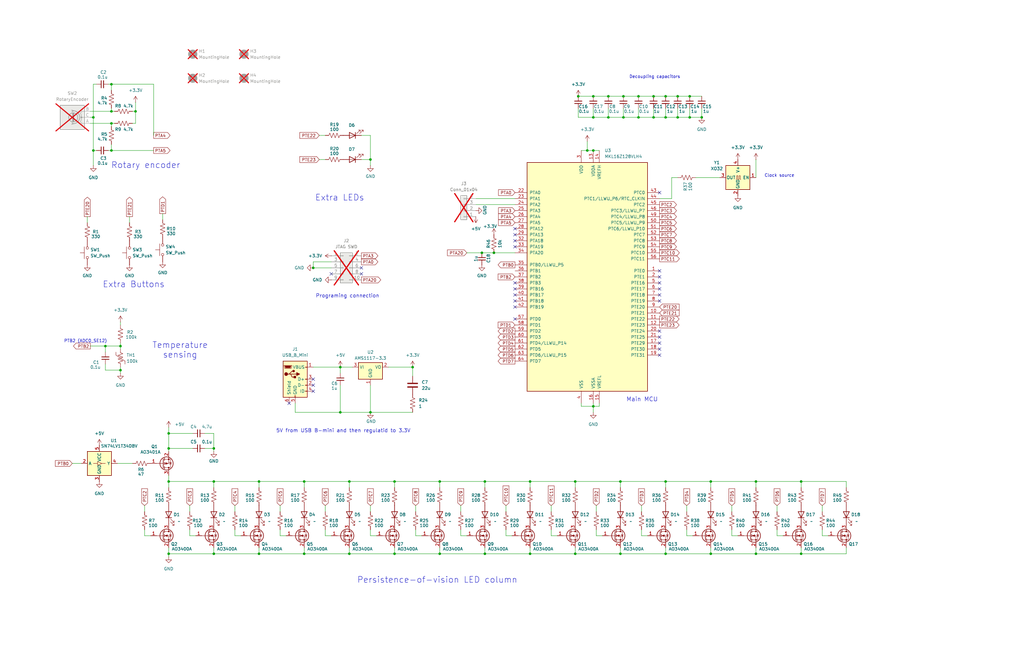
<source format=kicad_sch>
(kicad_sch (version 20231120) (generator "eeschema") (generator_version "8.0")
  (paper "B")
  (title_block (title "ENGR355 Project Board") (date "2025-01-28") (rev "A") (company "Walla Walla University") (comment 1 "By Kolby Kriegelstein, Jesse Thompson, Joshua Sevick, Dr Haun"))
  (junction (at 46.99 46.99))
  (junction (at 337.82 203.2))
  (junction (at 44.45 146.05))
  (junction (at 204.47 233.68))
  (junction (at 90.17 203.2))
  (junction (at 71.12 182.88))
  (junction (at 275.59 49.53))
  (junction (at 247.65 63.5))
  (junction (at 166.37 203.2))
  (junction (at 262.89 49.53))
  (junction (at 256.54 49.53))
  (junction (at 143.51 173.99))
  (junction (at 143.51 154.94))
  (junction (at 337.82 233.68))
  (junction (at 39.37 49.53))
  (junction (at 250.19 171.45))
  (junction (at 128.27 203.2))
  (junction (at 223.52 203.2))
  (junction (at 71.12 233.68))
  (junction (at 185.42 233.68))
  (junction (at 243.84 40.64))
  (junction (at 280.67 40.64))
  (junction (at 132.08 113.03))
  (junction (at 223.52 233.68))
  (junction (at 156.21 67.31))
  (junction (at 261.62 203.2))
  (junction (at 242.57 203.2))
  (junction (at 269.24 40.64))
  (junction (at 173.99 154.94))
  (junction (at 71.12 189.23))
  (junction (at 285.75 40.64))
  (junction (at 280.67 49.53))
  (junction (at 256.54 40.64))
  (junction (at 295.91 49.53))
  (junction (at 250.19 40.64))
  (junction (at 242.57 233.68))
  (junction (at 208.28 106.68))
  (junction (at 250.19 63.5))
  (junction (at 203.2 106.68))
  (junction (at 318.77 203.2))
  (junction (at 299.72 203.2))
  (junction (at 275.59 40.64))
  (junction (at 147.32 203.2))
  (junction (at 280.67 233.68))
  (junction (at 50.8 156.21))
  (junction (at 128.27 233.68))
  (junction (at 269.24 49.53))
  (junction (at 261.62 233.68))
  (junction (at 50.8 146.05))
  (junction (at 318.77 233.68))
  (junction (at 109.22 233.68))
  (junction (at 90.17 233.68))
  (junction (at 147.32 233.68))
  (junction (at 156.21 173.99))
  (junction (at 57.15 46.99))
  (junction (at 185.42 203.2))
  (junction (at 290.83 40.64))
  (junction (at 71.12 203.2))
  (junction (at 90.17 189.23))
  (junction (at 250.19 49.53))
  (junction (at 109.22 203.2))
  (junction (at 285.75 49.53))
  (junction (at 299.72 233.68))
  (junction (at 46.99 63.5))
  (junction (at 280.67 203.2))
  (junction (at 204.47 203.2))
  (junction (at 290.83 49.53))
  (junction (at 46.99 52.07))
  (junction (at 262.89 40.64))
  (junction (at 166.37 233.68))
  (junction (at 46.99 35.56))
  (junction (at 39.37 63.5))
  (no_connect (at 217.17 121.92))
  (no_connect (at 278.13 127))
  (no_connect (at 217.17 124.46))
  (no_connect (at 278.13 139.7))
  (no_connect (at 278.13 142.24))
  (no_connect (at 278.13 116.84))
  (no_connect (at 217.17 119.38))
  (no_connect (at 121.92 170.18))
  (no_connect (at 278.13 149.86))
  (no_connect (at 278.13 119.38))
  (no_connect (at 217.17 134.62))
  (no_connect (at 132.08 160.02))
  (no_connect (at 152.4 115.57))
  (no_connect (at 132.08 162.56))
  (no_connect (at 278.13 147.32))
  (no_connect (at 132.08 165.1))
  (no_connect (at 152.4 113.03))
  (no_connect (at 278.13 81.28))
  (no_connect (at 217.17 96.52))
  (no_connect (at 278.13 121.92))
  (no_connect (at 278.13 144.78))
  (no_connect (at 217.17 129.54))
  (no_connect (at 278.13 124.46))
  (no_connect (at 217.17 104.14))
  (no_connect (at 217.17 101.6))
  (no_connect (at 217.17 127))
  (no_connect (at 139.7 115.57))
  (no_connect (at 278.13 114.3))
  (no_connect (at 217.17 99.06))
  (wire (pts (xy 318.77 233.68) (xy 337.82 233.68)))
  (wire (pts (xy 208.28 106.68) (xy 217.17 106.68)))
  (wire (pts (xy 71.12 200.66) (xy 71.12 203.2)))
  (wire (pts (xy 80.01 223.52) (xy 80.01 226.06)))
  (wire (pts (xy 156.21 223.52) (xy 156.21 226.06)))
  (wire (pts (xy 50.8 135.89) (xy 50.8 137.16)))
  (wire (pts (xy 275.59 40.64) (xy 280.67 40.64)))
  (wire (pts (xy 55.88 46.99) (xy 57.15 46.99)))
  (wire (pts (xy 327.66 226.06) (xy 330.2 226.06)))
  (wire (pts (xy 132.08 113.03) (xy 139.7 113.03)))
  (wire (pts (xy 156.21 67.31) (xy 156.21 57.15)))
  (wire (pts (xy 269.24 49.53) (xy 275.59 49.53)))
  (wire (pts (xy 90.17 233.68) (xy 109.22 233.68)))
  (wire (pts (xy 250.19 171.45) (xy 252.73 171.45)))
  (wire (pts (xy 289.56 213.36) (xy 289.56 215.9)))
  (wire (pts (xy 213.36 226.06) (xy 215.9 226.06)))
  (wire (pts (xy 46.99 46.99) (xy 48.26 46.99)))
  (wire (pts (xy 243.84 40.64) (xy 250.19 40.64)))
  (wire (pts (xy 243.84 49.53) (xy 250.19 49.53)))
  (wire (pts (xy 250.19 49.53) (xy 256.54 49.53)))
  (wire (pts (xy 118.11 226.06) (xy 120.65 226.06)))
  (wire (pts (xy 290.83 49.53) (xy 290.83 45.72)))
  (wire (pts (xy 137.16 223.52) (xy 137.16 226.06)))
  (wire (pts (xy 185.42 203.2) (xy 204.47 203.2)))
  (wire (pts (xy 139.7 110.49) (xy 132.08 110.49)))
  (wire (pts (xy 39.37 49.53) (xy 39.37 63.5)))
  (wire (pts (xy 250.19 40.64) (xy 256.54 40.64)))
  (wire (pts (xy 39.37 35.56) (xy 40.64 35.56)))
  (wire (pts (xy 285.75 49.53) (xy 290.83 49.53)))
  (wire (pts (xy 109.22 203.2) (xy 128.27 203.2)))
  (wire (pts (xy 250.19 49.53) (xy 250.19 45.72)))
  (wire (pts (xy 242.57 231.14) (xy 242.57 233.68)))
  (wire (pts (xy 318.77 203.2) (xy 337.82 203.2)))
  (wire (pts (xy 90.17 189.23) (xy 90.17 190.5)))
  (wire (pts (xy 232.41 226.06) (xy 234.95 226.06)))
  (wire (pts (xy 60.96 223.52) (xy 60.96 226.06)))
  (wire (pts (xy 173.99 154.94) (xy 173.99 158.75)))
  (wire (pts (xy 57.15 46.99) (xy 57.15 52.07)))
  (wire (pts (xy 156.21 226.06) (xy 158.75 226.06)))
  (wire (pts (xy 252.73 171.45) (xy 252.73 170.18)))
  (wire (pts (xy 166.37 203.2) (xy 166.37 205.74)))
  (wire (pts (xy 49.53 195.58) (xy 55.88 195.58)))
  (wire (pts (xy 327.66 213.36) (xy 327.66 215.9)))
  (wire (pts (xy 39.37 69.85) (xy 39.37 63.5)))
  (wire (pts (xy 270.51 213.36) (xy 270.51 215.9)))
  (wire (pts (xy 251.46 226.06) (xy 254 226.06)))
  (wire (pts (xy 213.36 223.52) (xy 213.36 226.06)))
  (wire (pts (xy 194.31 226.06) (xy 196.85 226.06)))
  (wire (pts (xy 71.12 203.2) (xy 90.17 203.2)))
  (wire (pts (xy 71.12 189.23) (xy 81.28 189.23)))
  (wire (pts (xy 147.32 203.2) (xy 166.37 203.2)))
  (wire (pts (xy 204.47 203.2) (xy 223.52 203.2)))
  (wire (pts (xy 261.62 203.2) (xy 280.67 203.2)))
  (wire (pts (xy 308.61 213.36) (xy 308.61 215.9)))
  (wire (pts (xy 196.85 106.68) (xy 203.2 106.68)))
  (wire (pts (xy 50.8 156.21) (xy 50.8 154.94)))
  (wire (pts (xy 275.59 49.53) (xy 275.59 45.72)))
  (wire (pts (xy 109.22 203.2) (xy 109.22 205.74)))
  (wire (pts (xy 270.51 223.52) (xy 270.51 226.06)))
  (wire (pts (xy 261.62 203.2) (xy 261.62 205.74)))
  (wire (pts (xy 60.96 213.36) (xy 60.96 215.9)))
  (wire (pts (xy 46.99 35.56) (xy 64.77 35.56)))
  (wire (pts (xy 318.77 231.14) (xy 318.77 233.68)))
  (wire (pts (xy 289.56 226.06) (xy 292.1 226.06)))
  (wire (pts (xy 299.72 233.68) (xy 318.77 233.68)))
  (wire (pts (xy 185.42 203.2) (xy 185.42 205.74)))
  (wire (pts (xy 270.51 226.06) (xy 273.05 226.06)))
  (wire (pts (xy 71.12 231.14) (xy 71.12 233.68)))
  (wire (pts (xy 283.21 83.82) (xy 278.13 83.82)))
  (wire (pts (xy 223.52 233.68) (xy 242.57 233.68)))
  (wire (pts (xy 109.22 231.14) (xy 109.22 233.68)))
  (wire (pts (xy 337.82 203.2) (xy 337.82 205.74)))
  (wire (pts (xy 308.61 223.52) (xy 308.61 226.06)))
  (wire (pts (xy 44.45 146.05) (xy 44.45 148.59)))
  (wire (pts (xy 38.1 49.53) (xy 39.37 49.53)))
  (wire (pts (xy 256.54 40.64) (xy 262.89 40.64)))
  (wire (pts (xy 44.45 153.67) (xy 44.45 156.21)))
  (wire (pts (xy 46.99 52.07) (xy 46.99 53.34)))
  (wire (pts (xy 250.19 170.18) (xy 250.19 171.45)))
  (wire (pts (xy 185.42 231.14) (xy 185.42 233.68)))
  (wire (pts (xy 45.72 63.5) (xy 46.99 63.5)))
  (wire (pts (xy 45.72 35.56) (xy 46.99 35.56)))
  (wire (pts (xy 245.11 171.45) (xy 245.11 170.18)))
  (wire (pts (xy 308.61 226.06) (xy 311.15 226.06)))
  (wire (pts (xy 245.11 63.5) (xy 247.65 63.5)))
  (wire (pts (xy 256.54 49.53) (xy 262.89 49.53)))
  (wire (pts (xy 173.99 154.94) (xy 163.83 154.94)))
  (wire (pts (xy 200.66 86.36) (xy 217.17 86.36)))
  (wire (pts (xy 118.11 213.36) (xy 118.11 215.9)))
  (wire (pts (xy 50.8 156.21) (xy 50.8 157.48)))
  (wire (pts (xy 283.21 74.93) (xy 283.21 83.82)))
  (wire (pts (xy 39.37 63.5) (xy 40.64 63.5)))
  (wire (pts (xy 132.08 154.94) (xy 143.51 154.94)))
  (wire (pts (xy 242.57 203.2) (xy 261.62 203.2)))
  (wire (pts (xy 346.71 213.36) (xy 346.71 215.9)))
  (wire (pts (xy 269.24 40.64) (xy 275.59 40.64)))
  (wire (pts (xy 50.8 146.05) (xy 50.8 147.32)))
  (wire (pts (xy 60.96 226.06) (xy 63.5 226.06)))
  (wire (pts (xy 90.17 203.2) (xy 109.22 203.2)))
  (wire (pts (xy 290.83 49.53) (xy 295.91 49.53)))
  (wire (pts (xy 269.24 49.53) (xy 269.24 45.72)))
  (wire (pts (xy 38.1 146.05) (xy 44.45 146.05)))
  (wire (pts (xy 64.77 35.56) (xy 64.77 57.15)))
  (wire (pts (xy 262.89 49.53) (xy 269.24 49.53)))
  (wire (pts (xy 185.42 233.68) (xy 204.47 233.68)))
  (wire (pts (xy 175.26 213.36) (xy 175.26 215.9)))
  (wire (pts (xy 99.06 223.52) (xy 99.06 226.06)))
  (wire (pts (xy 247.65 59.69) (xy 247.65 63.5)))
  (wire (pts (xy 71.12 182.88) (xy 81.28 182.88)))
  (wire (pts (xy 68.58 90.17) (xy 68.58 92.71)))
  (wire (pts (xy 232.41 213.36) (xy 232.41 215.9)))
  (wire (pts (xy 137.16 226.06) (xy 139.7 226.06)))
  (wire (pts (xy 71.12 189.23) (xy 71.12 190.5)))
  (wire (pts (xy 134.62 57.15) (xy 137.16 57.15)))
  (wire (pts (xy 293.37 74.93) (xy 303.53 74.93)))
  (wire (pts (xy 247.65 63.5) (xy 250.19 63.5)))
  (wire (pts (xy 143.51 154.94) (xy 148.59 154.94)))
  (wire (pts (xy 57.15 52.07) (xy 55.88 52.07)))
  (wire (pts (xy 213.36 213.36) (xy 213.36 215.9)))
  (wire (pts (xy 118.11 223.52) (xy 118.11 226.06)))
  (wire (pts (xy 356.87 203.2) (xy 356.87 205.74)))
  (wire (pts (xy 337.82 231.14) (xy 337.82 233.68)))
  (wire (pts (xy 299.72 203.2) (xy 318.77 203.2)))
  (wire (pts (xy 156.21 162.56) (xy 156.21 173.99)))
  (wire (pts (xy 166.37 233.68) (xy 185.42 233.68)))
  (wire (pts (xy 275.59 49.53) (xy 280.67 49.53)))
  (wire (pts (xy 256.54 49.53) (xy 256.54 45.72)))
  (wire (pts (xy 156.21 173.99) (xy 173.99 173.99)))
  (wire (pts (xy 80.01 226.06) (xy 82.55 226.06)))
  (wire (pts (xy 299.72 203.2) (xy 299.72 205.74)))
  (wire (pts (xy 250.19 63.5) (xy 252.73 63.5)))
  (wire (pts (xy 261.62 231.14) (xy 261.62 233.68)))
  (wire (pts (xy 71.12 233.68) (xy 90.17 233.68)))
  (wire (pts (xy 71.12 233.68) (xy 71.12 234.95)))
  (wire (pts (xy 147.32 231.14) (xy 147.32 233.68)))
  (wire (pts (xy 203.2 106.68) (xy 208.28 106.68)))
  (wire (pts (xy 242.57 203.2) (xy 242.57 205.74)))
  (wire (pts (xy 109.22 233.68) (xy 128.27 233.68)))
  (wire (pts (xy 318.77 67.31) (xy 318.77 74.93)))
  (wire (pts (xy 280.67 40.64) (xy 285.75 40.64)))
  (wire (pts (xy 295.91 49.53) (xy 295.91 45.72)))
  (wire (pts (xy 280.67 49.53) (xy 280.67 45.72)))
  (wire (pts (xy 90.17 231.14) (xy 90.17 233.68)))
  (wire (pts (xy 44.45 156.21) (xy 50.8 156.21)))
  (wire (pts (xy 204.47 233.68) (xy 223.52 233.68)))
  (wire (pts (xy 36.83 91.44) (xy 36.83 93.98)))
  (wire (pts (xy 132.08 110.49) (xy 132.08 113.03)))
  (wire (pts (xy 223.52 203.2) (xy 242.57 203.2)))
  (wire (pts (xy 327.66 223.52) (xy 327.66 226.06)))
  (wire (pts (xy 71.12 203.2) (xy 71.12 205.74)))
  (wire (pts (xy 80.01 213.36) (xy 80.01 215.9)))
  (wire (pts (xy 223.52 231.14) (xy 223.52 233.68)))
  (wire (pts (xy 90.17 182.88) (xy 90.17 189.23)))
  (wire (pts (xy 175.26 223.52) (xy 175.26 226.06)))
  (wire (pts (xy 54.61 91.44) (xy 54.61 93.98)))
  (wire (pts (xy 156.21 57.15) (xy 152.4 57.15)))
  (wire (pts (xy 128.27 231.14) (xy 128.27 233.68)))
  (wire (pts (xy 223.52 203.2) (xy 223.52 205.74)))
  (wire (pts (xy 280.67 231.14) (xy 280.67 233.68)))
  (wire (pts (xy 143.51 157.48) (xy 143.51 154.94)))
  (wire (pts (xy 44.45 146.05) (xy 50.8 146.05)))
  (wire (pts (xy 38.1 46.99) (xy 46.99 46.99)))
  (wire (pts (xy 346.71 226.06) (xy 349.25 226.06)))
  (wire (pts (xy 90.17 203.2) (xy 90.17 205.74)))
  (wire (pts (xy 152.4 67.31) (xy 156.21 67.31)))
  (wire (pts (xy 200.66 83.82) (xy 217.17 83.82)))
  (wire (pts (xy 251.46 223.52) (xy 251.46 226.06)))
  (wire (pts (xy 337.82 233.68) (xy 356.87 233.68)))
  (wire (pts (xy 283.21 74.93) (xy 285.75 74.93)))
  (wire (pts (xy 156.21 69.85) (xy 156.21 67.31)))
  (wire (pts (xy 337.82 203.2) (xy 356.87 203.2)))
  (wire (pts (xy 46.99 63.5) (xy 64.77 63.5)))
  (wire (pts (xy 261.62 233.68) (xy 280.67 233.68)))
  (wire (pts (xy 137.16 213.36) (xy 137.16 215.9)))
  (wire (pts (xy 204.47 203.2) (xy 204.47 205.74)))
  (wire (pts (xy 86.36 182.88) (xy 90.17 182.88)))
  (wire (pts (xy 143.51 173.99) (xy 156.21 173.99)))
  (wire (pts (xy 143.51 162.56) (xy 143.51 173.99)))
  (wire (pts (xy 128.27 203.2) (xy 128.27 205.74)))
  (wire (pts (xy 242.57 233.68) (xy 261.62 233.68)))
  (wire (pts (xy 280.67 203.2) (xy 299.72 203.2)))
  (wire (pts (xy 86.36 189.23) (xy 90.17 189.23)))
  (wire (pts (xy 194.31 213.36) (xy 194.31 215.9)))
  (wire (pts (xy 318.77 203.2) (xy 318.77 205.74)))
  (wire (pts (xy 46.99 63.5) (xy 46.99 60.96)))
  (wire (pts (xy 250.19 173.99) (xy 250.19 171.45)))
  (wire (pts (xy 280.67 203.2) (xy 280.67 205.74)))
  (wire (pts (xy 134.62 67.31) (xy 137.16 67.31)))
  (wire (pts (xy 38.1 52.07) (xy 46.99 52.07)))
  (wire (pts (xy 39.37 35.56) (xy 39.37 49.53)))
  (wire (pts (xy 71.12 182.88) (xy 71.12 189.23)))
  (wire (pts (xy 262.89 49.53) (xy 262.89 45.72)))
  (wire (pts (xy 280.67 233.68) (xy 299.72 233.68)))
  (wire (pts (xy 243.84 49.53) (xy 243.84 45.72)))
  (wire (pts (xy 99.06 226.06) (xy 101.6 226.06)))
  (wire (pts (xy 128.27 233.68) (xy 147.32 233.68)))
  (wire (pts (xy 204.47 231.14) (xy 204.47 233.68)))
  (wire (pts (xy 30.48 195.58) (xy 34.29 195.58)))
  (wire (pts (xy 262.89 40.64) (xy 269.24 40.64)))
  (wire (pts (xy 280.67 49.53) (xy 285.75 49.53)))
  (wire (pts (xy 71.12 180.34) (xy 71.12 182.88)))
  (wire (pts (xy 147.32 203.2) (xy 147.32 205.74)))
  (wire (pts (xy 285.75 49.53) (xy 285.75 45.72)))
  (wire (pts (xy 156.21 213.36) (xy 156.21 215.9)))
  (wire (pts (xy 245.11 171.45) (xy 250.19 171.45)))
  (wire (pts (xy 99.06 213.36) (xy 99.06 215.9)))
  (wire (pts (xy 46.99 35.56) (xy 46.99 38.1)))
  (wire (pts (xy 290.83 40.64) (xy 295.91 40.64)))
  (wire (pts (xy 166.37 231.14) (xy 166.37 233.68)))
  (wire (pts (xy 124.46 170.18) (xy 124.46 173.99)))
  (wire (pts (xy 166.37 203.2) (xy 185.42 203.2)))
  (wire (pts (xy 46.99 45.72) (xy 46.99 46.99)))
  (wire (pts (xy 356.87 231.14) (xy 356.87 233.68)))
  (wire (pts (xy 46.99 52.07) (xy 48.26 52.07)))
  (wire (pts (xy 147.32 233.68) (xy 166.37 233.68)))
  (wire (pts (xy 251.46 213.36) (xy 251.46 215.9)))
  (wire (pts (xy 232.41 223.52) (xy 232.41 226.06)))
  (wire (pts (xy 346.71 223.52) (xy 346.71 226.06)))
  (wire (pts (xy 289.56 223.52) (xy 289.56 226.06)))
  (wire (pts (xy 128.27 203.2) (xy 147.32 203.2)))
  (wire (pts (xy 175.26 226.06) (xy 177.8 226.06)))
  (wire (pts (xy 124.46 173.99) (xy 143.51 173.99)))
  (wire (pts (xy 285.75 40.64) (xy 290.83 40.64)))
  (wire (pts (xy 50.8 144.78) (xy 50.8 146.05)))
  (wire (pts (xy 194.31 223.52) (xy 194.31 226.06)))
  (wire (pts (xy 57.15 43.18) (xy 57.15 46.99)))
  (wire (pts (xy 299.72 231.14) (xy 299.72 233.68)))
  (text "Main MCU" (at 270.764 168.656 0) (effects (font (size 1.778 1.778))))
  (text "Extra Buttons" (at 56.388 120.142 0) (effects (font (size 2.54 2.54))))
  (text "Temperature\nsensing" (at 75.946 147.828 0) (effects (font (size 2.54 2.54))))
  (text "Extra LEDs" (at 143.256 83.566 0) (effects (font (size 2.54 2.54))))
  (text "PTB2 (ADC0_SE12)" (at 36.068 144.018 0) (effects (font (size 1.27 1.27))))
  (text "5V from USB B-mini and then regulatid to 3.3V" (at 144.78 181.864 0) (effects (font (size 1.524 1.524))))
  (text "Decoupling capacitors" (at 276.098 32.512 0) (effects (font (size 1.27 1.27))))
  (text "Programing connection" (at 146.558 124.968 0) (effects (font (size 1.524 1.524))))
  (text "Clock source" (at 328.676 74.168 0) (effects (font (size 1.27 1.27))))
  (text "Rotary encoder" (at 61.468 69.85 0) (effects (font (size 2.54 2.54))))
  (text "Persistence-of-vision LED column" (at 184.404 244.856 0) (effects (font (size 2.54 2.54))))
  (global_label "PTC10" (shape input) (at 213.36 213.36 90) (property "Intersheetrefs" "${INTERSHEET_REFS}" (effects (hide yes))))
  (global_label "PTC6" (shape output) (at 278.13 96.52 0) (property "Intersheetrefs" "${INTERSHEET_REFS}" (effects (hide yes))))
  (global_label "PTA5" (shape input) (at 217.17 93.98 180) (property "Intersheetrefs" "${INTERSHEET_REFS}" (effects (hide yes))))
  (global_label "PTB2" (shape input) (at 217.17 116.84 180) (property "Intersheetrefs" "${INTERSHEET_REFS}" (effects (hide yes))))
  (global_label "PTC5" (shape input) (at 118.11 213.36 90) (property "Intersheetrefs" "${INTERSHEET_REFS}" (effects (hide yes))))
  (global_label "PTC5" (shape output) (at 278.13 93.98 0) (property "Intersheetrefs" "${INTERSHEET_REFS}" (effects (hide yes))))
  (global_label "PTD2" (shape input) (at 251.46 213.36 90) (property "Intersheetrefs" "${INTERSHEET_REFS}" (effects (hide yes))))
  (global_label "PTC9" (shape input) (at 194.31 213.36 90) (property "Intersheetrefs" "${INTERSHEET_REFS}" (effects (hide yes))))
  (global_label "PTC3" (shape input) (at 80.01 213.36 90) (property "Intersheetrefs" "${INTERSHEET_REFS}" (effects (hide yes))))
  (global_label "PTE21" (shape input) (at 278.13 132.08 0) (property "Intersheetrefs" "${INTERSHEET_REFS}" (effects (hide yes))))
  (global_label "PTC7" (shape input) (at 156.21 213.36 90) (property "Intersheetrefs" "${INTERSHEET_REFS}" (effects (hide yes))))
  (global_label "PTE22" (shape output) (at 278.13 134.62 0) (property "Intersheetrefs" "${INTERSHEET_REFS}" (effects (hide yes))))
  (global_label "PTC3" (shape output) (at 278.13 88.9 0) (property "Intersheetrefs" "${INTERSHEET_REFS}" (effects (hide yes))))
  (global_label "PTC4" (shape input) (at 99.06 213.36 90) (property "Intersheetrefs" "${INTERSHEET_REFS}" (effects (hide yes))))
  (global_label "PTC6" (shape input) (at 137.16 213.36 90) (property "Intersheetrefs" "${INTERSHEET_REFS}" (effects (hide yes))))
  (global_label "PTC9" (shape output) (at 278.13 104.14 0) (property "Intersheetrefs" "${INTERSHEET_REFS}" (effects (hide yes))))
  (global_label "PTD1" (shape input) (at 217.17 137.16 180) (property "Intersheetrefs" "${INTERSHEET_REFS}" (effects (hide yes))))
  (global_label "PTD3" (shape input) (at 270.51 213.36 90) (property "Intersheetrefs" "${INTERSHEET_REFS}" (effects (hide yes))))
  (global_label "PTC8" (shape input) (at 175.26 213.36 90) (property "Intersheetrefs" "${INTERSHEET_REFS}" (effects (hide yes))))
  (global_label "PTD6" (shape output) (at 217.17 149.86 180) (property "Intersheetrefs" "${INTERSHEET_REFS}" (effects (hide yes))))
  (global_label "PTD3" (shape output) (at 217.17 142.24 180) (property "Intersheetrefs" "${INTERSHEET_REFS}" (effects (hide yes))))
  (global_label "PTA20" (shape output) (at 152.4 118.11 0) (property "Intersheetrefs" "${INTERSHEET_REFS}" (effects (hide yes))))
  (global_label "PTD7" (shape input) (at 346.71 213.36 90) (property "Intersheetrefs" "${INTERSHEET_REFS}" (effects (hide yes))))
  (global_label "PTB0" (shape input) (at 30.48 195.58 180) (property "Intersheetrefs" "${INTERSHEET_REFS}" (effects (hide yes))))
  (global_label "PTD4" (shape output) (at 217.17 144.78 180) (property "Intersheetrefs" "${INTERSHEET_REFS}" (effects (hide yes))))
  (global_label "PTE20" (shape input) (at 278.13 129.54 0) (property "Intersheetrefs" "${INTERSHEET_REFS}" (effects (hide yes))))
  (global_label "PTD6" (shape input) (at 327.66 213.36 90) (property "Intersheetrefs" "${INTERSHEET_REFS}" (effects (hide yes))))
  (global_label "PTE22" (shape input) (at 134.62 57.15 180) (property "Intersheetrefs" "${INTERSHEET_REFS}" (effects (hide yes))))
  (global_label "PTC2" (shape output) (at 278.13 86.36 0) (property "Intersheetrefs" "${INTERSHEET_REFS}" (effects (hide yes))))
  (global_label "PTA3" (shape input) (at 217.17 88.9 180) (property "Intersheetrefs" "${INTERSHEET_REFS}" (effects (hide yes))))
  (global_label "PTD7" (shape output) (at 217.17 152.4 180) (property "Intersheetrefs" "${INTERSHEET_REFS}" (effects (hide yes))))
  (global_label "PTD4" (shape input) (at 289.56 213.36 90) (property "Intersheetrefs" "${INTERSHEET_REFS}" (effects (hide yes))))
  (global_label "PTC7" (shape output) (at 278.13 99.06 0) (property "Intersheetrefs" "${INTERSHEET_REFS}" (effects (hide yes))))
  (global_label "PTE23" (shape output) (at 278.13 137.16 0) (property "Intersheetrefs" "${INTERSHEET_REFS}" (effects (hide yes))))
  (global_label "PTD1" (shape output) (at 68.58 90.17 90) (property "Intersheetrefs" "${INTERSHEET_REFS}" (effects (hide yes))))
  (global_label "PTB0" (shape output) (at 217.17 111.76 180) (property "Intersheetrefs" "${INTERSHEET_REFS}" (effects (hide yes))))
  (global_label "PTA4" (shape input) (at 217.17 91.44 180) (property "Intersheetrefs" "${INTERSHEET_REFS}" (effects (hide yes))))
  (global_label "PTC4" (shape output) (at 278.13 91.44 0) (property "Intersheetrefs" "${INTERSHEET_REFS}" (effects (hide yes))))
  (global_label "PTA0" (shape output) (at 152.4 110.49 0) (property "Intersheetrefs" "${INTERSHEET_REFS}" (effects (hide yes))))
  (global_label "PTE23" (shape input) (at 134.62 67.31 180) (property "Intersheetrefs" "${INTERSHEET_REFS}" (effects (hide yes))))
  (global_label "PTA3" (shape output) (at 152.4 107.95 0) (property "Intersheetrefs" "${INTERSHEET_REFS}" (effects (hide yes))))
  (global_label "PTA0" (shape input) (at 217.17 81.28 180) (property "Intersheetrefs" "${INTERSHEET_REFS}" (effects (hide yes))))
  (global_label "PTE21" (shape output) (at 54.61 91.44 90) (property "Intersheetrefs" "${INTERSHEET_REFS}" (effects (hide yes))))
  (global_label "PTC8" (shape output) (at 278.13 101.6 0) (property "Intersheetrefs" "${INTERSHEET_REFS}" (effects (hide yes))))
  (global_label "PTD2" (shape output) (at 217.17 139.7 180) (property "Intersheetrefs" "${INTERSHEET_REFS}" (effects (hide yes))))
  (global_label "PTA4" (shape output) (at 64.77 57.15 0) (property "Intersheetrefs" "${INTERSHEET_REFS}" (effects (hide yes))))
  (global_label "PTD5" (shape input) (at 308.61 213.36 90) (property "Intersheetrefs" "${INTERSHEET_REFS}" (effects (hide yes))))
  (global_label "PTC11" (shape input) (at 232.41 213.36 90) (property "Intersheetrefs" "${INTERSHEET_REFS}" (effects (hide yes))))
  (global_label "PTE20" (shape output) (at 36.83 91.44 90) (property "Intersheetrefs" "${INTERSHEET_REFS}" (effects (hide yes))))
  (global_label "PTC2" (shape input) (at 60.96 213.36 90) (property "Intersheetrefs" "${INTERSHEET_REFS}" (effects (hide yes))))
  (global_label "PTC11" (shape output) (at 278.13 109.22 0) (property "Intersheetrefs" "${INTERSHEET_REFS}" (effects (hide yes))))
  (global_label "PTC10" (shape output) (at 278.13 106.68 0) (property "Intersheetrefs" "${INTERSHEET_REFS}" (effects (hide yes))))
  (global_label "PTA20" (shape input) (at 196.85 106.68 180) (property "Intersheetrefs" "${INTERSHEET_REFS}" (effects (hide yes))))
  (global_label "PTB2" (shape output) (at 38.1 146.05 180) (property "Intersheetrefs" "${INTERSHEET_REFS}" (effects (hide yes))))
  (global_label "PTA5" (shape output) (at 64.77 63.5 0) (property "Intersheetrefs" "${INTERSHEET_REFS}" (effects (hide yes))))
  (global_label "PTD5" (shape output) (at 217.17 147.32 180) (property "Intersheetrefs" "${INTERSHEET_REFS}" (effects (hide yes))))
  (symbol (lib_id "Device:R_US") (at 251.46 219.71 180) (unit 1)
    (property "Reference" "R33" (at 255.016 219.71 0))
    (property "Value" "100" (at 255.016 221.742 0))
    (property "Footprint" "Resistor_SMD:R_0603_1608Metric" (effects (hide yes)))
    (property "Datasheet" "0603WAF1000T5E" (effects (hide yes)))
    (property "Description" "Resistor, US symbol" (effects (hide yes)))
    (property "LCSC Part #" "C22775" (effects (hide yes)))
  )
  (symbol (lib_id "Device:LED") (at 318.77 217.17 90) (unit 1)
    (property "Reference" "D16" (at 320.802 217.17 90) (effects (justify right)))
    (property "Value" "~" (at 322.58 220.0274 90) (effects (justify right)))
    (property "Footprint" "ENGR355:LED_Honglitronic_HL-PSC-2012" (effects (hide yes)))
    (property "Datasheet" "HL-PSC-2012U51GC" (effects (hide yes)))
    (property "Description" "Light emitting diode" (effects (hide yes)))
    (property "LCSC Part #" "C497948" (effects (hide yes)))
  )
  (symbol (lib_id "MCU_NXP_Kinetis:MKL16Z128VLH4") (at 247.65 116.84 0) (unit 1)
    (property "Reference" "U3" (at 254.9241 63.5 0) (effects (justify left)))
    (property "Value" "MKL16Z128VLH4" (at 254.9241 66.04 0) (effects (justify left)))
    (property "Footprint" "Package_QFP:LQFP-64_10x10mm_P0.5mm" (effects (hide yes)))
    (property "Datasheet" "http://www.nxp.com/docs/en/data-sheet/KL16P64M48SF5.pdf" (effects (hide yes)))
    (property "Description" "Kinetis KL16 series, 48-MHz/32-bit ARM Cortex-M0+, 128 kB flash, 16 kB SRAM, I²S, TSI, LQFP-64" (effects (hide yes)))
    (property "LCSC Part #" "C477546" (effects (hide yes)))
  )
  (symbol (lib_id "Device:R_US") (at 118.11 219.71 180) (unit 1)
    (property "Reference" "R16" (at 121.666 219.71 0))
    (property "Value" "100" (at 121.666 221.742 0))
    (property "Footprint" "Resistor_SMD:R_0603_1608Metric" (effects (hide yes)))
    (property "Datasheet" "0603WAF1000T5E" (effects (hide yes)))
    (property "Description" "Resistor, US symbol" (effects (hide yes)))
    (property "LCSC Part #" "C22775" (effects (hide yes)))
  )
  (symbol (lib_id "power:GND") (at 41.91 203.2 0) (unit 1)
    (property "Reference" "#PWR03" (effects (hide yes)))
    (property "Value" "GND" (at 41.91 208.28 0))
    (property "Description" "Power symbol creates a global label with name \"GND\" , ground" (effects (hide yes)))
  )
  (symbol (lib_id "Device:R_US") (at 71.12 209.55 180) (unit 1)
    (property "Reference" "R11" (at 67.31 209.042 0))
    (property "Value" "100" (at 67.31 211.074 0))
    (property "Footprint" "Resistor_SMD:R_0603_1608Metric" (effects (hide yes)))
    (property "Datasheet" "https://www.lcsc.com/datasheet/lcsc_datasheet_2206010130_UNI-ROYAL-Uniroyal-Elec-0603WAF1000T5E_C22775.pdf" (effects (hide yes)))
    (property "Description" "Resistor, US symbol" (effects (hide yes)))
    (property "LCSC Part #" " C22775" (effects (hide yes)))
  )
  (symbol (lib_id "power:GND") (at 50.8 157.48 0) (unit 1)
    (property "Reference" "#PWR06" (effects (hide yes)))
    (property "Value" "GND" (at 50.8 162.56 0))
    (property "Description" "Power symbol creates a global label with name \"GND\" , ground" (effects (hide yes)))
  )
  (symbol (lib_id "power:GND") (at 311.15 82.55 0) (mirror y) (unit 1)
    (property "Reference" "#PWR023" (effects (hide yes)))
    (property "Value" "GND" (at 311.15 87.63 0))
    (property "Description" "Power symbol creates a global label with name \"GND\" , ground" (effects (hide yes)))
  )
  (symbol (lib_id "Device:R_US") (at 60.96 219.71 180) (unit 1)
    (property "Reference" "R7" (at 64.008 219.71 0))
    (property "Value" "100" (at 64.516 221.742 0))
    (property "Footprint" "Resistor_SMD:R_0603_1608Metric" (effects (hide yes)))
    (property "Datasheet" "0603WAF1000T5E" (effects (hide yes)))
    (property "Description" "Resistor, US symbol" (effects (hide yes)))
    (property "LCSC Part #" "C22775" (effects (hide yes)))
  )
  (symbol (lib_id "Device:Thermistor_US") (at 50.8 151.13 0) (unit 1)
    (property "Reference" "TH1" (at 53.34 149.8599 0) (effects (justify left)))
    (property "Value" "100k" (at 53.34 152.3999 0) (effects (justify left)))
    (property "Footprint" "Resistor_SMD:R_0402_1005Metric" (effects (hide yes)))
    (property "Datasheet" "https://www.lcsc.com/datasheet/lcsc_datasheet_2304140030_TDK-NTCG104EF104FT1X_C107344.pdf" (effects (hide yes)))
    (property "Description" "Thermistor, temperature dependent resistor, US symbol" (effects (hide yes)))
    (property "LCSC Part #" "C107344" (effects (hide yes)))
  )
  (symbol (lib_id "power:+3.3V") (at 318.77 67.31 0) (mirror y) (unit 1)
    (property "Reference" "#PWR024" (effects (hide yes)))
    (property "Value" "+3.3V" (at 318.77 62.23 0))
    (property "Description" "Power symbol creates a global label with name \"+3.3V\"" (effects (hide yes)))
  )
  (symbol (lib_id "Device:R_US") (at 46.99 57.15 180) (unit 1)
    (property "Reference" "R5" (at 43.942 56.642 0))
    (property "Value" "4.7k" (at 43.18 58.674 0))
    (property "Footprint" "Resistor_SMD:R_0603_1608Metric" (effects (hide yes)))
    (property "Datasheet" "0603WAF4701T5E" (effects (hide yes)))
    (property "Description" "Resistor, US symbol" (effects (hide yes)))
    (property "LCSC Part #" "C23162" (effects (hide yes)))
  )
  (symbol (lib_id "Transistor_FET:AO3400A") (at 278.13 226.06 0) (unit 1)
    (property "Reference" "Q13" (at 281.686 229.616 0) (effects (justify left)))
    (property "Value" "AO3400A" (at 281.94 231.648 0) (effects (justify left)))
    (property "Footprint" "Package_TO_SOT_SMD:SOT-23" (effects (hide yes)))
    (property "Datasheet" "http://www.aosmd.com/pdfs/datasheet/AO3400A.pdf" (effects (hide yes)))
    (property "Description" "30V Vds, 5.7A Id, N-Channel MOSFET, SOT-23" (effects (hide yes)))
    (property "LCSC Part #" "C20917" (effects (hide yes)))
  )
  (symbol (lib_id "Device:LED") (at 280.67 217.17 90) (unit 1)
    (property "Reference" "D14" (at 282.702 217.17 90) (effects (justify right)))
    (property "Value" "~" (at 284.48 220.0274 90) (effects (justify right)))
    (property "Footprint" "ENGR355:LED_Honglitronic_HL-PSC-2012" (effects (hide yes)))
    (property "Datasheet" "HL-PSC-2012U51GC" (effects (hide yes)))
    (property "Description" "Light emitting diode" (effects (hide yes)))
    (property "LCSC Part #" "C497948" (effects (hide yes)))
  )
  (symbol (lib_id "Device:C_Small") (at 269.24 43.18 180) (unit 1)
    (property "Reference" "C10" (at 273.304 44.958 0) (effects (justify left)))
    (property "Value" "0.1u" (at 273.812 46.99 0) (effects (justify left)))
    (property "Footprint" "Capacitor_SMD:C_0402_1005Metric" (effects (hide yes)))
    (property "Datasheet" "https://www.lcsc.com/datasheet/lcsc_datasheet_2304140030_Samsung-Electro-Mechanics-CL05B104KO5NNNC_C1525.pdf" (effects (hide yes)))
    (property "Description" "Unpolarized capacitor, small symbol" (effects (hide yes)))
    (property "LCSC Part #" "C1525" (effects (hide yes)))
  )
  (symbol (lib_id "Device:R_US") (at 109.22 209.55 180) (unit 1)
    (property "Reference" "R15" (at 105.41 209.042 0))
    (property "Value" "100" (at 105.41 211.074 0))
    (property "Footprint" "Resistor_SMD:R_0603_1608Metric" (effects (hide yes)))
    (property "Datasheet" "https://www.lcsc.com/datasheet/lcsc_datasheet_2206010130_UNI-ROYAL-Uniroyal-Elec-0603WAF1000T5E_C22775.pdf" (effects (hide yes)))
    (property "Description" "Resistor, US symbol" (effects (hide yes)))
    (property "LCSC Part #" " C22775" (effects (hide yes)))
  )
  (symbol (lib_id "power:+5V") (at 41.91 187.96 0) (unit 1)
    (property "Reference" "#PWR02" (effects (hide yes)))
    (property "Value" "+5V" (at 41.91 182.88 0))
    (property "Description" "Power symbol creates a global label with name \"+5V\"" (effects (hide yes)))
  )
  (symbol (lib_id "Device:R_US") (at 356.87 209.55 180) (unit 1)
    (property "Reference" "R45" (at 353.06 209.042 0))
    (property "Value" "100" (at 353.06 211.074 0))
    (property "Footprint" "Resistor_SMD:R_0603_1608Metric" (effects (hide yes)))
    (property "Datasheet" "https://www.lcsc.com/datasheet/lcsc_datasheet_2206010130_UNI-ROYAL-Uniroyal-Elec-0603WAF1000T5E_C22775.pdf" (effects (hide yes)))
    (property "Description" "Resistor, US symbol" (effects (hide yes)))
    (property "LCSC Part #" " C22775" (effects (hide yes)))
  )
  (symbol (lib_id "Device:R_US") (at 59.69 195.58 270) (unit 1)
    (property "Reference" "R6" (at 59.436 198.12 90))
    (property "Value" "47" (at 59.436 200.152 90))
    (property "Footprint" "Resistor_SMD:R_0603_1608Metric" (effects (hide yes)))
    (property "Datasheet" "0603WAF470JT5E" (effects (hide yes)))
    (property "Description" "Resistor, US symbol" (effects (hide yes)))
    (property "LCSC Part #" "C23182" (effects (hide yes)))
  )
  (symbol (lib_id "Device:R_US") (at 52.07 52.07 90) (unit 1)
    (property "Reference" "R9" (at 49.784 54.61 90))
    (property "Value" "4.7k" (at 54.102 54.61 90))
    (property "Footprint" "Resistor_SMD:R_0603_1608Metric" (effects (hide yes)))
    (property "Datasheet" "0603WAF4701T5E" (effects (hide yes)))
    (property "Description" "Resistor, US symbol" (effects (hide yes)))
    (property "LCSC Part #" "C23162" (effects (hide yes)))
  )
  (symbol (lib_id "power:GND") (at 139.7 118.11 270) (unit 1)
    (property "Reference" "#PWR028" (effects (hide yes)))
    (property "Value" "GND" (at 135.89 118.1099 90) (effects (justify right)))
    (property "Description" "Power symbol creates a global label with name \"GND\" , ground" (effects (hide yes)))
  )
  (symbol (lib_id "Device:R_US") (at 185.42 209.55 180) (unit 1)
    (property "Reference" "R26" (at 181.61 209.042 0))
    (property "Value" "100" (at 181.61 211.074 0))
    (property "Footprint" "Resistor_SMD:R_0603_1608Metric" (effects (hide yes)))
    (property "Datasheet" "https://www.lcsc.com/datasheet/lcsc_datasheet_2206010130_UNI-ROYAL-Uniroyal-Elec-0603WAF1000T5E_C22775.pdf" (effects (hide yes)))
    (property "Description" "Resistor, US symbol" (effects (hide yes)))
    (property "LCSC Part #" " C22775" (effects (hide yes)))
  )
  (symbol (lib_id "Device:C_Small") (at 44.45 151.13 180) (unit 1)
    (property "Reference" "C1" (at 41.91 152.908 0) (effects (justify left)))
    (property "Value" "0.1u" (at 42.418 154.94 0) (effects (justify left)))
    (property "Footprint" "Capacitor_SMD:C_0402_1005Metric" (effects (hide yes)))
    (property "Datasheet" "CL05B104K05NNNC" (effects (hide yes)))
    (property "Description" "Unpolarized capacitor, small symbol" (effects (hide yes)))
    (property "LCSC Part #" "C1525" (effects (hide yes)))
  )
  (symbol (lib_id "Transistor_FET:AO3400A") (at 259.08 226.06 0) (unit 1)
    (property "Reference" "Q12" (at 262.636 229.616 0) (effects (justify left)))
    (property "Value" "AO3400A" (at 262.89 231.648 0) (effects (justify left)))
    (property "Footprint" "Package_TO_SOT_SMD:SOT-23" (effects (hide yes)))
    (property "Datasheet" "http://www.aosmd.com/pdfs/datasheet/AO3400A.pdf" (effects (hide yes)))
    (property "Description" "30V Vds, 5.7A Id, N-Channel MOSFET, SOT-23" (effects (hide yes)))
    (property "LCSC Part #" "C20917" (effects (hide yes)))
  )
  (symbol (lib_id "Switch:SW_Push") (at 36.83 106.68 90) (unit 1)
    (property "Reference" "SW1" (at 38.1 105.4099 90) (effects (justify right)))
    (property "Value" "SW_Push" (at 38.1 107.9499 90) (effects (justify right)))
    (property "Footprint" "Button_Switch_SMD:SW_Push_1P1T_XKB_TS-1187A" (effects (hide yes)))
    (property "Datasheet" "https://jlcpcb.com/api/file/downloadByFileSystemAccessId/8550724022091735041" (effects (hide yes)))
    (property "Description" "Push button switch, generic, two pins" (effects (hide yes)))
    (property "LCSC Part #" "C318884" (effects (hide yes)))
  )
  (symbol (lib_id "Device:R_US") (at 175.26 219.71 180) (unit 1)
    (property "Reference" "R25" (at 178.816 219.71 0))
    (property "Value" "100" (at 178.816 221.742 0))
    (property "Footprint" "Resistor_SMD:R_0603_1608Metric" (effects (hide yes)))
    (property "Datasheet" "0603WAF1000T5E" (effects (hide yes)))
    (property "Description" "Resistor, US symbol" (effects (hide yes)))
    (property "LCSC Part #" "C22775" (effects (hide yes)))
  )
  (symbol (lib_id "power:GND") (at 250.19 173.99 0) (unit 1)
    (property "Reference" "#PWR019" (effects (hide yes)))
    (property "Value" "GND" (at 250.19 179.07 0))
    (property "Description" "Power symbol creates a global label with name \"GND\" , ground" (effects (hide yes)))
  )
  (symbol (lib_id "power:+3.3V") (at 50.8 135.89 0) (unit 1)
    (property "Reference" "#PWR05" (effects (hide yes)))
    (property "Value" "+3.3V" (at 50.8 130.81 0))
    (property "Description" "Power symbol creates a global label with name \"+3.3V\"" (effects (hide yes)))
  )
  (symbol (lib_id "Device:R_US") (at 46.99 41.91 180) (unit 1)
    (property "Reference" "R4" (at 43.942 41.402 0))
    (property "Value" "4.7k" (at 43.18 43.434 0))
    (property "Footprint" "Resistor_SMD:R_0603_1608Metric" (effects (hide yes)))
    (property "Datasheet" "0603WAF4701T5E" (effects (hide yes)))
    (property "Description" "Resistor, US symbol" (effects (hide yes)))
    (property "LCSC Part #" "C23162" (effects (hide yes)))
  )
  (symbol (lib_id "Device:R_US") (at 80.01 219.71 180) (unit 1)
    (property "Reference" "R12" (at 83.058 219.71 0))
    (property "Value" "100" (at 83.566 221.742 0))
    (property "Footprint" "Resistor_SMD:R_0603_1608Metric" (effects (hide yes)))
    (property "Datasheet" "0603WAF1000T5E" (effects (hide yes)))
    (property "Description" "Resistor, US symbol" (effects (hide yes)))
    (property "LCSC Part #" "C22775" (effects (hide yes)))
  )
  (symbol (lib_id "Device:C_Small") (at 143.51 160.02 0) (unit 1)
    (property "Reference" "C6" (at 139.7 161.798 0) (effects (justify left)))
    (property "Value" "1u" (at 139.7 163.83 0) (effects (justify left)))
    (property "Footprint" "Capacitor_SMD:C_0402_1005Metric" (effects (hide yes)))
    (property "Datasheet" "https://www.lcsc.com/datasheet/lcsc_datasheet_2304140030_Samsung-Electro-Mechanics-CL05A105KA5NQNC_C52923.pdf" (effects (hide yes)))
    (property "Description" "Unpolarized capacitor, small symbol" (effects (hide yes)))
    (property "LCSC Part #" "C52923" (effects (hide yes)))
  )
  (symbol (lib_id "Device:R_US") (at 54.61 97.79 180) (unit 1)
    (property "Reference" "R3" (at 58.166 97.79 0))
    (property "Value" "330" (at 58.166 99.822 0))
    (property "Footprint" "Resistor_SMD:R_0603_1608Metric" (effects (hide yes)))
    (property "Datasheet" "0603WAF3300T5E" (effects (hide yes)))
    (property "Description" "Resistor, US symbol" (effects (hide yes)))
    (property "LCSC Part #" "C23138" (effects (hide yes)))
  )
  (symbol (lib_id "Switch:SW_Push") (at 54.61 106.68 90) (unit 1)
    (property "Reference" "SW3" (at 55.88 105.4099 90) (effects (justify right)))
    (property "Value" "SW_Push" (at 55.88 107.9499 90) (effects (justify right)))
    (property "Footprint" "Button_Switch_SMD:SW_Push_1P1T_XKB_TS-1187A" (effects (hide yes)))
    (property "Datasheet" "https://jlcpcb.com/api/file/downloadByFileSystemAccessId/8550724022091735041" (effects (hide yes)))
    (property "Description" "Push button switch, generic, two pins" (effects (hide yes)))
    (property "LCSC Part #" "C318884" (effects (hide yes)))
  )
  (symbol (lib_id "Transistor_FET:AO3400A") (at 220.98 226.06 0) (unit 1)
    (property "Reference" "Q10" (at 224.536 229.616 0) (effects (justify left)))
    (property "Value" "AO3400A" (at 224.79 231.648 0) (effects (justify left)))
    (property "Footprint" "Package_TO_SOT_SMD:SOT-23" (effects (hide yes)))
    (property "Datasheet" "http://www.aosmd.com/pdfs/datasheet/AO3400A.pdf" (effects (hide yes)))
    (property "Description" "30V Vds, 5.7A Id, N-Channel MOSFET, SOT-23" (effects (hide yes)))
    (property "LCSC Part #" "C20917" (effects (hide yes)))
  )
  (symbol (lib_id "Device:LED") (at 261.62 217.17 90) (unit 1)
    (property "Reference" "D13" (at 263.652 217.17 90) (effects (justify right)))
    (property "Value" "~" (at 265.43 220.0274 90) (effects (justify right)))
    (property "Footprint" "ENGR355:LED_Honglitronic_HL-PSC-2012" (effects (hide yes)))
    (property "Datasheet" "HL-PSC-2012U51GC" (effects (hide yes)))
    (property "Description" "Light emitting diode" (effects (hide yes)))
    (property "LCSC Part #" "C497948" (effects (hide yes)))
  )
  (symbol (lib_id "Device:LED") (at 148.59 57.15 180) (unit 1)
    (property "Reference" "D6" (at 148.336 52.832 0))
    (property "Value" "LED" (effects (hide yes)))
    (property "Footprint" "LED_SMD:LED_0603_1608Metric" (effects (hide yes)))
    (property "Datasheet" "https://jlcpcb.com/api/file/downloadByFileSystemAccessId/8550723991833485312" (effects (hide yes)))
    (property "Description" "Light emitting diode" (effects (hide yes)))
    (property "LCSC Part #" "C2286" (effects (hide yes)))
  )
  (symbol (lib_id "power:+3.3V") (at 139.7 107.95 90) (unit 1)
    (property "Reference" "#PWR027" (effects (hide yes)))
    (property "Value" "+3.3V" (at 135.89 107.9499 90) (effects (justify left)))
    (property "Description" "Power symbol creates a global label with name \"+3.3V\"" (effects (hide yes)))
  )
  (symbol (lib_id "Device:LED") (at 204.47 217.17 90) (unit 1)
    (property "Reference" "D10" (at 206.502 217.17 90) (effects (justify right)))
    (property "Value" "~" (at 208.28 220.0274 90) (effects (justify right)))
    (property "Footprint" "ENGR355:LED_Honglitronic_HL-PSC-2012" (effects (hide yes)))
    (property "Datasheet" "HL-PSC-2012U51GC" (effects (hide yes)))
    (property "Description" "Light emitting diode" (effects (hide yes)))
    (property "LCSC Part #" "C497948" (effects (hide yes)))
  )
  (symbol (lib_id "Device:R_US") (at 52.07 46.99 90) (unit 1)
    (property "Reference" "R8" (at 49.784 44.704 90))
    (property "Value" "4.7k" (at 54.102 44.704 90))
    (property "Footprint" "Resistor_SMD:R_0603_1608Metric" (effects (hide yes)))
    (property "Datasheet" "0603WAF4701T5E" (effects (hide yes)))
    (property "Description" "Resistor, US symbol" (effects (hide yes)))
    (property "LCSC Part #" "C23162" (effects (hide yes)))
  )
  (symbol (lib_id "Device:RotaryEncoder") (at 30.48 49.53 180) (unit 1) (dnp yes)
    (property "Reference" "SW2" (at 30.48 39.37 0))
    (property "Value" "RotaryEncoder" (at 30.48 41.91 0))
    (property "Footprint" "Rotary_Encoder:RotaryEncoder_Bourns_Vertical_PEC12R-3x17F-Nxxxx" (effects (hide yes)))
    (property "Description" "Rotary encoder, dual channel, incremental quadrate outputs" (effects (hide yes)))
  )
  (symbol (lib_id "power:GND") (at 132.08 113.03 270) (unit 1)
    (property "Reference" "#PWR013" (effects (hide yes)))
    (property "Value" "GND" (at 128.27 113.0299 90) (effects (justify right)))
    (property "Description" "Power symbol creates a global label with name \"GND\" , ground" (effects (hide yes)))
  )
  (symbol (lib_id "Device:R_US") (at 128.27 209.55 180) (unit 1)
    (property "Reference" "R17" (at 124.46 209.042 0))
    (property "Value" "100" (at 124.46 211.074 0))
    (property "Footprint" "Resistor_SMD:R_0603_1608Metric" (effects (hide yes)))
    (property "Datasheet" "https://www.lcsc.com/datasheet/lcsc_datasheet_2206010130_UNI-ROYAL-Uniroyal-Elec-0603WAF1000T5E_C22775.pdf" (effects (hide yes)))
    (property "Description" "Resistor, US symbol" (effects (hide yes)))
    (property "LCSC Part #" " C22775" (effects (hide yes)))
  )
  (symbol (lib_id "Device:C_Small") (at 290.83 43.18 0) (unit 1)
    (property "Reference" "C14" (at 291.084 44.958 0) (effects (justify left)))
    (property "Value" "1u" (at 291.338 46.99 0) (effects (justify left)))
    (property "Footprint" "Capacitor_SMD:C_0402_1005Metric" (effects (hide yes)))
    (property "Datasheet" "https://www.lcsc.com/datasheet/lcsc_datasheet_2304140030_Samsung-Electro-Mechanics-CL05A105KA5NQNC_C52923.pdf" (effects (hide yes)))
    (property "Description" "Unpolarized capacitor, small symbol" (effects (hide yes)))
    (property "LCSC Part #" "C52923" (effects (hide yes)))
  )
  (symbol (lib_id "Device:C") (at 173.99 162.56 0) (unit 1)
    (property "Reference" "C7" (at 177.8 161.2899 0) (effects (justify left)))
    (property "Value" "22u" (at 177.8 163.8299 0) (effects (justify left)))
    (property "Footprint" "Capacitor_SMD:C_1206_3216Metric" (effects (hide yes)))
    (property "Datasheet" "https://www.lcsc.com/datasheet/lcsc_datasheet_2304140030_Samsung-Electro-Mechanics-CL31A226KAHNNNE_C12891.pdf" (effects (hide yes)))
    (property "Description" "Unpolarized capacitor" (effects (hide yes)))
    (property "LCSC Part #" "C12891" (effects (hide yes)))
  )
  (symbol (lib_id "Oscillator:XO32") (at 311.15 74.93 0) (mirror y) (unit 1)
    (property "Reference" "Y1" (at 302.26 68.6114 0))
    (property "Value" "XO32" (at 302.26 71.1514 0))
    (property "Footprint" "Oscillator:Oscillator_SMD_EuroQuartz_XO32-4Pin_3.2x2.5mm" (effects (hide yes)))
    (property "Datasheet" "http://cdn-reichelt.de/documents/datenblatt/B400/XO32.pdf" (effects (hide yes)))
    (property "Description" "HCMOS Clock Oscillator" (effects (hide yes)))
    (property "LCSC Part #" "C213398" (effects (hide yes)))
  )
  (symbol (lib_id "Device:R_US") (at 308.61 219.71 180) (unit 1)
    (property "Reference" "R40" (at 312.166 219.71 0))
    (property "Value" "100" (at 312.166 221.742 0))
    (property "Footprint" "Resistor_SMD:R_0603_1608Metric" (effects (hide yes)))
    (property "Datasheet" "0603WAF1000T5E" (effects (hide yes)))
    (property "Description" "Resistor, US symbol" (effects (hide yes)))
    (property "LCSC Part #" "C22775" (effects (hide yes)))
  )
  (symbol (lib_id "Device:R_US") (at 36.83 97.79 180) (unit 1)
    (property "Reference" "R1" (at 40.386 97.79 0))
    (property "Value" "330" (at 40.386 99.822 0))
    (property "Footprint" "Resistor_SMD:R_0603_1608Metric" (effects (hide yes)))
    (property "Datasheet" "0603WAF3300T5E" (effects (hide yes)))
    (property "Description" "Resistor, US symbol" (effects (hide yes)))
    (property "LCSC Part #" "C23138" (effects (hide yes)))
  )
  (symbol (lib_id "Device:R_US") (at 261.62 209.55 180) (unit 1)
    (property "Reference" "R34" (at 257.81 209.042 0))
    (property "Value" "100" (at 257.81 211.074 0))
    (property "Footprint" "Resistor_SMD:R_0603_1608Metric" (effects (hide yes)))
    (property "Datasheet" "https://www.lcsc.com/datasheet/lcsc_datasheet_2206010130_UNI-ROYAL-Uniroyal-Elec-0603WAF1000T5E_C22775.pdf" (effects (hide yes)))
    (property "Description" "Resistor, US symbol" (effects (hide yes)))
    (property "LCSC Part #" " C22775" (effects (hide yes)))
  )
  (symbol (lib_id "power:GND") (at 71.12 234.95 0) (unit 1)
    (property "Reference" "#PWR011" (effects (hide yes)))
    (property "Value" "GND" (at 71.12 240.03 0))
    (property "Description" "Power symbol creates a global label with name \"GND\" , ground" (effects (hide yes)))
  )
  (symbol (lib_id "Regulator_Linear:AMS1117-3.3") (at 156.21 154.94 0) (unit 1)
    (property "Reference" "U2" (at 156.21 148.59 0))
    (property "Value" "AMS1117-3.3" (at 156.21 151.13 0))
    (property "Footprint" "Package_TO_SOT_SMD:SOT-223-3_TabPin2" (effects (hide yes)))
    (property "Datasheet" "http://www.advanced-monolithic.com/pdf/ds1117.pdf" (effects (hide yes)))
    (property "Description" "1A Low Dropout regulator, positive, 3.3V fixed output, SOT-223" (effects (hide yes)))
    (property "LCSC Part #" "C6186" (effects (hide yes)))
  )
  (symbol (lib_id "Device:LED") (at 90.17 217.17 90) (unit 1)
    (property "Reference" "D2" (at 92.202 217.17 90) (effects (justify right)))
    (property "Value" "~" (at 93.98 220.0274 90) (effects (justify right)))
    (property "Footprint" "ENGR355:LED_Honglitronic_HL-PSC-2012" (effects (hide yes)))
    (property "Datasheet" "HL-PSC-2012U51GC" (effects (hide yes)))
    (property "Description" "Light emitting diode" (effects (hide yes)))
    (property "LCSC Part #" "C497948" (effects (hide yes)))
  )
  (symbol (lib_id "Device:R_US") (at 337.82 209.55 180) (unit 1)
    (property "Reference" "R43" (at 334.01 209.042 0))
    (property "Value" "100" (at 334.01 211.074 0))
    (property "Footprint" "Resistor_SMD:R_0603_1608Metric" (effects (hide yes)))
    (property "Datasheet" "https://www.lcsc.com/datasheet/lcsc_datasheet_2206010130_UNI-ROYAL-Uniroyal-Elec-0603WAF1000T5E_C22775.pdf" (effects (hide yes)))
    (property "Description" "Resistor, US symbol" (effects (hide yes)))
    (property "LCSC Part #" " C22775" (effects (hide yes)))
  )
  (symbol (lib_id "power:GND") (at 200.66 88.9 90) (unit 1)
    (property "Reference" "#PWR017" (effects (hide yes)))
    (property "Value" "GND" (at 204.47 88.646 0))
    (property "Description" "Power symbol creates a global label with name \"GND\" , ground" (effects (hide yes)))
  )
  (symbol (lib_id "Transistor_FET:AO3400A") (at 125.73 226.06 0) (unit 1)
    (property "Reference" "Q5" (at 129.286 229.616 0) (effects (justify left)))
    (property "Value" "AO3400A" (at 129.54 231.648 0) (effects (justify left)))
    (property "Footprint" "Package_TO_SOT_SMD:SOT-23" (effects (hide yes)))
    (property "Datasheet" "http://www.aosmd.com/pdfs/datasheet/AO3400A.pdf" (effects (hide yes)))
    (property "Description" "30V Vds, 5.7A Id, N-Channel MOSFET, SOT-23" (effects (hide yes)))
    (property "LCSC Part #" "C20917" (effects (hide yes)))
  )
  (symbol (lib_id "Transistor_FET:AO3400A") (at 354.33 226.06 0) (unit 1)
    (property "Reference" "Q17" (at 357.886 229.616 0) (effects (justify left)))
    (property "Value" "AO3400A" (effects (hide yes)))
    (property "Footprint" "Package_TO_SOT_SMD:SOT-23" (effects (hide yes)))
    (property "Datasheet" "http://www.aosmd.com/pdfs/datasheet/AO3400A.pdf" (effects (hide yes)))
    (property "Description" "30V Vds, 5.7A Id, N-Channel MOSFET, SOT-23" (effects (hide yes)))
    (property "LCSC Part #" "C20917" (effects (hide yes)))
  )
  (symbol (lib_id "Device:LED") (at 71.12 217.17 90) (unit 1)
    (property "Reference" "D1" (at 73.152 217.17 90) (effects (justify right)))
    (property "Value" "~" (at 74.93 220.0274 90) (effects (justify right)))
    (property "Footprint" "ENGR355:LED_Honglitronic_HL-PSC-2012" (effects (hide yes)))
    (property "Datasheet" "HL-PSC-2012U51GC" (effects (hide yes)))
    (property "Description" "Light emitting diode" (effects (hide yes)))
    (property "LCSC Part #" "C497948" (effects (hide yes)))
  )
  (symbol (lib_id "power:GND") (at 39.37 69.85 0) (unit 1)
    (property "Reference" "#PWR04" (effects (hide yes)))
    (property "Value" "GND" (at 39.37 74.93 0))
    (property "Description" "Power symbol creates a global label with name \"GND\" , ground" (effects (hide yes)))
  )
  (symbol (lib_id "Transistor_FET:AO3400A") (at 68.58 226.06 0) (unit 1)
    (property "Reference" "Q2" (at 72.136 229.616 0) (effects (justify left)))
    (property "Value" "AO3400A" (at 72.39 231.648 0) (effects (justify left)))
    (property "Footprint" "Package_TO_SOT_SMD:SOT-23" (effects (hide yes)))
    (property "Datasheet" "http://www.aosmd.com/pdfs/datasheet/AO3400A.pdf" (effects (hide yes)))
    (property "Description" "30V Vds, 5.7A Id, N-Channel MOSFET, SOT-23" (effects (hide yes)))
    (property "LCSC Part #" "C20917" (effects (hide yes)))
  )
  (symbol (lib_id "Transistor_FET:AO3400A") (at 163.83 226.06 0) (unit 1)
    (property "Reference" "Q7" (at 167.386 229.616 0) (effects (justify left)))
    (property "Value" "AO3400A" (at 167.64 231.648 0) (effects (justify left)))
    (property "Footprint" "Package_TO_SOT_SMD:SOT-23" (effects (hide yes)))
    (property "Datasheet" "http://www.aosmd.com/pdfs/datasheet/AO3400A.pdf" (effects (hide yes)))
    (property "Description" "30V Vds, 5.7A Id, N-Channel MOSFET, SOT-23" (effects (hide yes)))
    (property "LCSC Part #" "C20917" (effects (hide yes)))
  )
  (symbol (lib_id "Transistor_FET:AO3400A") (at 106.68 226.06 0) (unit 1)
    (property "Reference" "Q4" (at 110.236 229.616 0) (effects (justify left)))
    (property "Value" "AO3400A" (at 110.49 231.648 0) (effects (justify left)))
    (property "Footprint" "Package_TO_SOT_SMD:SOT-23" (effects (hide yes)))
    (property "Datasheet" "http://www.aosmd.com/pdfs/datasheet/AO3400A.pdf" (effects (hide yes)))
    (property "Description" "30V Vds, 5.7A Id, N-Channel MOSFET, SOT-23" (effects (hide yes)))
    (property "LCSC Part #" "C20917" (effects (hide yes)))
  )
  (symbol (lib_id "Mechanical:MountingHole") (at 81.28 33.02 0) (unit 1) (exclude_from_sim yes) (in_bom no) (dnp yes)
    (property "Reference" "H2" (at 83.82 31.7499 0) (effects (justify left)))
    (property "Value" "MountingHole" (at 83.82 34.2899 0) (effects (justify left)))
    (property "Footprint" "MountingHole:MountingHole_5.3mm_M5" (effects (hide yes)))
    (property "Description" "Mounting Hole without connection" (effects (hide yes)))
  )
  (symbol (lib_id "Device:R_US") (at 232.41 219.71 180) (unit 1)
    (property "Reference" "R31" (at 235.966 219.71 0))
    (property "Value" "100" (at 235.966 221.742 0))
    (property "Footprint" "Resistor_SMD:R_0603_1608Metric" (effects (hide yes)))
    (property "Datasheet" "0603WAF1000T5E" (effects (hide yes)))
    (property "Description" "Resistor, US symbol" (effects (hide yes)))
    (property "LCSC Part #" "C22775" (effects (hide yes)))
  )
  (symbol (lib_id "Device:R_US") (at 270.51 219.71 180) (unit 1)
    (property "Reference" "R35" (at 274.066 219.71 0))
    (property "Value" "100" (at 274.066 221.742 0))
    (property "Footprint" "Resistor_SMD:R_0603_1608Metric" (effects (hide yes)))
    (property "Datasheet" "0603WAF1000T5E" (effects (hide yes)))
    (property "Description" "Resistor, US symbol" (effects (hide yes)))
    (property "LCSC Part #" "C22775" (effects (hide yes)))
  )
  (symbol (lib_id "Device:C_Small") (at 262.89 43.18 180) (unit 1)
    (property "Reference" "C9" (at 265.684 44.958 0) (effects (justify left)))
    (property "Value" "0.1u" (at 267.462 46.99 0) (effects (justify left)))
    (property "Footprint" "Capacitor_SMD:C_0402_1005Metric" (effects (hide yes)))
    (property "Datasheet" "https://www.lcsc.com/datasheet/lcsc_datasheet_2304140030_Samsung-Electro-Mechanics-CL05B104KO5NNNC_C1525.pdf" (effects (hide yes)))
    (property "Description" "Unpolarized capacitor, small symbol" (effects (hide yes)))
    (property "LCSC Part #" "C1525" (effects (hide yes)))
  )
  (symbol (lib_id "power:+3.3V") (at 173.99 154.94 0) (unit 1)
    (property "Reference" "#PWR016" (effects (hide yes)))
    (property "Value" "+3.3V" (at 173.99 149.86 0))
    (property "Description" "Power symbol creates a global label with name \"+3.3V\"" (effects (hide yes)))
  )
  (symbol (lib_id "Transistor_FET:AO3400A") (at 182.88 226.06 0) (unit 1)
    (property "Reference" "Q8" (at 186.436 229.616 0) (effects (justify left)))
    (property "Value" "AO3400A" (at 186.69 231.648 0) (effects (justify left)))
    (property "Footprint" "Package_TO_SOT_SMD:SOT-23" (effects (hide yes)))
    (property "Datasheet" "http://www.aosmd.com/pdfs/datasheet/AO3400A.pdf" (effects (hide yes)))
    (property "Description" "30V Vds, 5.7A Id, N-Channel MOSFET, SOT-23" (effects (hide yes)))
    (property "LCSC Part #" "C20917" (effects (hide yes)))
  )
  (symbol (lib_id "Device:R_US") (at 213.36 219.71 180) (unit 1)
    (property "Reference" "R29" (at 216.916 219.71 0))
    (property "Value" "100" (at 216.916 221.742 0))
    (property "Footprint" "Resistor_SMD:R_0603_1608Metric" (effects (hide yes)))
    (property "Datasheet" "0603WAF1000T5E" (effects (hide yes)))
    (property "Description" "Resistor, US symbol" (effects (hide yes)))
    (property "LCSC Part #" "C22775" (effects (hide yes)))
  )
  (symbol (lib_id "Device:LED") (at 148.59 67.31 180) (unit 1)
    (property "Reference" "D7" (at 148.336 62.992 0))
    (property "Value" "LED" (effects (hide yes)))
    (property "Footprint" "LED_SMD:LED_0603_1608Metric" (effects (hide yes)))
    (property "Datasheet" "https://jlcpcb.com/api/file/downloadByFileSystemAccessId/8550723991833485312" (effects (hide yes)))
    (property "Description" "Light emitting diode" (effects (hide yes)))
    (property "LCSC Part #" "C2286" (effects (hide yes)))
  )
  (symbol (lib_id "Device:C_Small") (at 295.91 43.18 0) (unit 1)
    (property "Reference" "C15" (at 296.164 44.958 0) (effects (justify left)))
    (property "Value" "1u" (at 296.418 46.99 0) (effects (justify left)))
    (property "Footprint" "Capacitor_SMD:C_0402_1005Metric" (effects (hide yes)))
    (property "Datasheet" "https://www.lcsc.com/datasheet/lcsc_datasheet_2304140030_Samsung-Electro-Mechanics-CL05A105KA5NQNC_C52923.pdf" (effects (hide yes)))
    (property "Description" "Unpolarized capacitor, small symbol" (effects (hide yes)))
    (property "LCSC Part #" "C52923" (effects (hide yes)))
  )
  (symbol (lib_id "Device:LED") (at 337.82 217.17 90) (unit 1)
    (property "Reference" "D17" (at 339.852 217.17 90) (effects (justify right)))
    (property "Value" "~" (at 341.63 220.0274 90) (effects (justify right)))
    (property "Footprint" "ENGR355:LED_Honglitronic_HL-PSC-2012" (effects (hide yes)))
    (property "Datasheet" "HL-PSC-2012U51GC" (effects (hide yes)))
    (property "Description" "Light emitting diode" (effects (hide yes)))
    (property "LCSC Part #" "C497948" (effects (hide yes)))
  )
  (symbol (lib_id "Device:C_Small") (at 275.59 43.18 0) (unit 1)
    (property "Reference" "C11" (at 275.59 44.958 0) (effects (justify left)))
    (property "Value" "1u" (at 275.59 46.99 0) (effects (justify left)))
    (property "Footprint" "Capacitor_SMD:C_0402_1005Metric" (effects (hide yes)))
    (property "Datasheet" "https://www.lcsc.com/datasheet/lcsc_datasheet_2304140030_Samsung-Electro-Mechanics-CL05A105KA5NQNC_C52923.pdf" (effects (hide yes)))
    (property "Description" "Unpolarized capacitor, small symbol" (effects (hide yes)))
    (property "LCSC Part #" "C52923" (effects (hide yes)))
  )
  (symbol (lib_id "power:GND") (at 295.91 49.53 0) (unit 1)
    (property "Reference" "#PWR021" (effects (hide yes)))
    (property "Value" "GND" (at 295.91 54.61 0))
    (property "Description" "Power symbol creates a global label with name \"GND\" , ground" (effects (hide yes)))
  )
  (symbol (lib_id "Device:C_Small") (at 83.82 182.88 270) (unit 1)
    (property "Reference" "C4" (at 80.264 180.086 90) (effects (justify left)))
    (property "Value" "4.7u" (at 85.09 180.086 90) (effects (justify left)))
    (property "Footprint" "Capacitor_SMD:C_0603_1608Metric" (effects (hide yes)))
    (property "Datasheet" "CL10A475KO8NNNC" (effects (hide yes)))
    (property "Description" "Unpolarized capacitor, small symbol" (effects (hide yes)))
    (property "LCSC Part #" "C19666" (effects (hide yes)))
  )
  (symbol (lib_id "Device:R_US") (at 289.56 219.71 180) (unit 1)
    (property "Reference" "R38" (at 293.116 219.71 0))
    (property "Value" "100" (at 293.116 221.742 0))
    (property "Footprint" "Resistor_SMD:R_0603_1608Metric" (effects (hide yes)))
    (property "Datasheet" "0603WAF1000T5E" (effects (hide yes)))
    (property "Description" "Resistor, US symbol" (effects (hide yes)))
    (property "LCSC Part #" "C22775" (effects (hide yes)))
  )
  (symbol (lib_id "Device:R_US") (at 99.06 219.71 180) (unit 1)
    (property "Reference" "R14" (at 102.616 219.71 0))
    (property "Value" "100" (at 102.616 221.742 0))
    (property "Footprint" "Resistor_SMD:R_0603_1608Metric" (effects (hide yes)))
    (property "Datasheet" "0603WAF1000T5E" (effects (hide yes)))
    (property "Description" "Resistor, US symbol" (effects (hide yes)))
    (property "LCSC Part #" "C22775" (effects (hide yes)))
  )
  (symbol (lib_id "Device:C_Small") (at 250.19 43.18 180) (unit 1)
    (property "Reference" "C17" (at 254.254 44.958 0) (effects (justify left)))
    (property "Value" "0.1u" (at 254.762 46.99 0) (effects (justify left)))
    (property "Footprint" "Capacitor_SMD:C_0402_1005Metric" (effects (hide yes)))
    (property "Datasheet" "https://www.lcsc.com/datasheet/lcsc_datasheet_2304140030_Samsung-Electro-Mechanics-CL05B104KO5NNNC_C1525.pdf" (effects (hide yes)))
    (property "Description" "Unpolarized capacitor, small symbol" (effects (hide yes)))
    (property "LCSC Part #" "C1525" (effects (hide yes)))
  )
  (symbol (lib_id "power:+5V") (at 200.66 91.44 180) (unit 1)
    (property "Reference" "#PWR025" (effects (hide yes)))
    (property "Value" "+5V" (at 200.66 96.52 0))
    (property "Description" "Power symbol creates a global label with name \"+5V\"" (effects (hide yes)))
  )
  (symbol (lib_id "Mechanical:MountingHole") (at 102.87 22.86 0) (unit 1) (exclude_from_sim yes) (in_bom no) (dnp yes)
    (property "Reference" "H3" (at 105.41 21.5899 0) (effects (justify left)))
    (property "Value" "MountingHole" (at 105.41 24.1299 0) (effects (justify left)))
    (property "Footprint" "MountingHole:MountingHole_5.3mm_M5" (effects (hide yes)))
    (property "Description" "Mounting Hole without connection" (effects (hide yes)))
  )
  (symbol (lib_id "power:+3.3V") (at 208.28 99.06 0) (unit 1)
    (property "Reference" "#PWR030" (effects (hide yes)))
    (property "Value" "+3.3V" (at 203.708 95.504 0) (effects (justify left)))
    (property "Description" "Power symbol creates a global label with name \"+3.3V\"" (effects (hide yes)))
  )
  (symbol (lib_id "Device:R_US") (at 346.71 219.71 180) (unit 1)
    (property "Reference" "R44" (at 350.266 219.71 0))
    (property "Value" "100" (at 350.266 221.742 0))
    (property "Footprint" "Resistor_SMD:R_0603_1608Metric" (effects (hide yes)))
    (property "Datasheet" "https://www.lcsc.com/datasheet/lcsc_datasheet_2206010130_UNI-ROYAL-Uniroyal-Elec-0603WAF1000T5E_C22775.pdf" (effects (hide yes)))
    (property "Description" "Resistor, US symbol" (effects (hide yes)))
    (property "LCSC Part #" "C22775" (effects (hide yes)))
  )
  (symbol (lib_id "Device:LED") (at 242.57 217.17 90) (unit 1)
    (property "Reference" "D12" (at 244.602 217.17 90) (effects (justify right)))
    (property "Value" "~" (at 246.38 220.0274 90) (effects (justify right)))
    (property "Footprint" "ENGR355:LED_Honglitronic_HL-PSC-2012" (effects (hide yes)))
    (property "Datasheet" "HL-PSC-2012U51GC" (effects (hide yes)))
    (property "Description" "Light emitting diode" (effects (hide yes)))
    (property "LCSC Part #" "C497948" (effects (hide yes)))
  )
  (symbol (lib_id "Device:R_US") (at 289.56 74.93 270) (unit 1)
    (property "Reference" "R37" (at 289.052 78.74 0))
    (property "Value" "100" (at 291.084 78.74 0))
    (property "Footprint" "Resistor_SMD:R_0603_1608Metric" (effects (hide yes)))
    (property "Datasheet" "https://www.lcsc.com/datasheet/lcsc_datasheet_2206010130_UNI-ROYAL-Uniroyal-Elec-0603WAF1000T5E_C22775.pdf" (effects (hide yes)))
    (property "Description" "Resistor, US symbol" (effects (hide yes)))
    (property "LCSC Part #" " C22775" (effects (hide yes)))
  )
  (symbol (lib_id "Transistor_FET:AO3400A") (at 201.93 226.06 0) (unit 1)
    (property "Reference" "Q9" (at 205.486 229.616 0) (effects (justify left)))
    (property "Value" "AO3400A" (at 205.74 231.648 0) (effects (justify left)))
    (property "Footprint" "Package_TO_SOT_SMD:SOT-23" (effects (hide yes)))
    (property "Datasheet" "http://www.aosmd.com/pdfs/datasheet/AO3400A.pdf" (effects (hide yes)))
    (property "Description" "30V Vds, 5.7A Id, N-Channel MOSFET, SOT-23" (effects (hide yes)))
    (property "LCSC Part #" "C20917" (effects (hide yes)))
  )
  (symbol (lib_id "Device:R_US") (at 173.99 170.18 0) (unit 1)
    (property "Reference" "R24" (at 176.53 168.9099 0) (effects (justify left)))
    (property "Value" "1" (at 176.53 171.4499 0) (effects (justify left)))
    (property "Footprint" "Resistor_SMD:R_0603_1608Metric" (effects (hide yes)))
    (property "Datasheet" "https://www.lcsc.com/datasheet/lcsc_datasheet_2206010130_UNI-ROYAL-Uniroyal-Elec-0603WAF100KT5E_C22936.pdf" (effects (hide yes)))
    (property "Description" "Resistor, US symbol" (effects (hide yes)))
    (property "LCSC Part #" "C22936" (effects (hide yes)))
  )
  (symbol (lib_id "Device:R_US") (at 208.28 102.87 0) (unit 1)
    (property "Reference" "R46" (at 205.994 102.87 90))
    (property "Value" "10k" (at 210.82 102.87 90))
    (property "Footprint" "Resistor_SMD:R_0603_1608Metric" (effects (hide yes)))
    (property "Datasheet" "https://www.lcsc.com/datasheet/lcsc_datasheet_2206010045_UNI-ROYAL-Uniroyal-Elec-0603WAF1002T5E_C25804.pdf" (effects (hide yes)))
    (property "Description" "Resistor, US symbol" (effects (hide yes)))
    (property "LCSC Part #" "C25804" (effects (hide yes)))
  )
  (symbol (lib_id "Device:LED") (at 299.72 217.17 90) (unit 1)
    (property "Reference" "D15" (at 301.752 217.17 90) (effects (justify right)))
    (property "Value" "~" (at 303.53 220.0274 90) (effects (justify right)))
    (property "Footprint" "ENGR355:LED_Honglitronic_HL-PSC-2012" (effects (hide yes)))
    (property "Datasheet" "HL-PSC-2012U51GC" (effects (hide yes)))
    (property "Description" "Light emitting diode" (effects (hide yes)))
    (property "LCSC Part #" "C497948" (effects (hide yes)))
  )
  (symbol (lib_id "Transistor_FET:AO3401A") (at 68.58 195.58 0) (mirror x) (unit 1)
    (property "Reference" "Q1" (at 63.754 188.468 0) (effects (justify left)))
    (property "Value" "AO3401A" (at 59.182 190.754 0) (effects (justify left)))
    (property "Footprint" "Package_TO_SOT_SMD:SOT-23" (effects (hide yes)))
    (property "Datasheet" "http://www.aosmd.com/pdfs/datasheet/AO3401A.pdf" (effects (hide yes)))
    (property "Description" "-4.0A Id, -30V Vds, P-Channel MOSFET, SOT-23" (effects (hide yes)))
    (property "LCSC Part #" "C15127" (effects (hide yes)))
  )
  (symbol (lib_id "Device:R_US") (at 147.32 209.55 180) (unit 1)
    (property "Reference" "R21" (at 143.51 209.042 0))
    (property "Value" "100" (at 143.51 211.074 0))
    (property "Footprint" "Resistor_SMD:R_0603_1608Metric" (effects (hide yes)))
    (property "Datasheet" "https://www.lcsc.com/datasheet/lcsc_datasheet_2206010130_UNI-ROYAL-Uniroyal-Elec-0603WAF1000T5E_C22775.pdf" (effects (hide yes)))
    (property "Description" "Resistor, US symbol" (effects (hide yes)))
    (property "LCSC Part #" " C22775" (effects (hide yes)))
  )
  (symbol (lib_id "Device:C_Small") (at 43.18 63.5 90) (unit 1)
    (property "Reference" "C3" (at 44.958 66.802 90) (effects (justify left)))
    (property "Value" "0.1u" (at 45.466 68.834 90) (effects (justify left)))
    (property "Footprint" "Capacitor_SMD:C_0402_1005Metric" (effects (hide yes)))
    (property "Datasheet" "CL05B104K05NNNC" (effects (hide yes)))
    (property "Description" "Unpolarized capacitor, small symbol" (effects (hide yes)))
    (property "LCSC Part #" "C1525" (effects (hide yes)))
  )
  (symbol (lib_id "power:+3.3V") (at 311.15 67.31 0) (mirror y) (unit 1)
    (property "Reference" "#PWR022" (effects (hide yes)))
    (property "Value" "+3.3V" (at 311.15 62.23 0))
    (property "Description" "Power symbol creates a global label with name \"+3.3V\"" (effects (hide yes)))
  )
  (symbol (lib_id "Connector:USB_B_Mini") (at 124.46 160.02 0) (unit 1)
    (property "Reference" "J1" (at 124.46 147.32 0))
    (property "Value" "USB_B_Mini" (at 124.46 149.86 0))
    (property "Footprint" "ENGR355:UX-144S-ACP5" (effects (hide yes)))
    (property "Datasheet" "https://www.lcsc.com/datasheet/lcsc_datasheet_2008122036_XUNPU-UX-144S-ACP5_C720611.pdf" (effects (hide yes)))
    (property "Description" "USB Mini Type B connector" (effects (hide yes)))
    (property "LCSC Part #" "C720611" (effects (hide yes)))
  )
  (symbol (lib_id "Device:R_US") (at 140.97 67.31 90) (unit 1)
    (property "Reference" "R20" (at 140.97 62.738 90))
    (property "Value" "100" (at 140.97 64.77 90))
    (property "Footprint" "Resistor_SMD:R_0603_1608Metric" (effects (hide yes)))
    (property "Datasheet" "0603WAF1000T5E" (effects (hide yes)))
    (property "Description" "Resistor, US symbol" (effects (hide yes)))
    (property "LCSC Part #" "C22775" (effects (hide yes)))
  )
  (symbol (lib_id "power:+3.3V") (at 247.65 59.69 0) (unit 1)
    (property "Reference" "#PWR018" (effects (hide yes)))
    (property "Value" "+3.3V" (at 247.65 54.61 0))
    (property "Description" "Power symbol creates a global label with name \"+3.3V\"" (effects (hide yes)))
  )
  (symbol (lib_id "Transistor_FET:AO3400A") (at 335.28 226.06 0) (unit 1)
    (property "Reference" "Q16" (at 338.836 229.616 0) (effects (justify left)))
    (property "Value" "AO3400A" (at 339.09 231.648 0) (effects (justify left)))
    (property "Footprint" "Package_TO_SOT_SMD:SOT-23" (effects (hide yes)))
    (property "Datasheet" "http://www.aosmd.com/pdfs/datasheet/AO3400A.pdf" (effects (hide yes)))
    (property "Description" "30V Vds, 5.7A Id, N-Channel MOSFET, SOT-23" (effects (hide yes)))
    (property "LCSC Part #" "C20917" (effects (hide yes)))
  )
  (symbol (lib_id "Device:R_US") (at 166.37 209.55 180) (unit 1)
    (property "Reference" "R23" (at 162.56 209.042 0))
    (property "Value" "100" (at 162.56 211.074 0))
    (property "Footprint" "Resistor_SMD:R_0603_1608Metric" (effects (hide yes)))
    (property "Datasheet" "https://www.lcsc.com/datasheet/lcsc_datasheet_2206010130_UNI-ROYAL-Uniroyal-Elec-0603WAF1000T5E_C22775.pdf" (effects (hide yes)))
    (property "Description" "Resistor, US symbol" (effects (hide yes)))
    (property "LCSC Part #" " C22775" (effects (hide yes)))
  )
  (symbol (lib_id "Device:C_Small") (at 256.54 43.18 180) (unit 1)
    (property "Reference" "C8" (at 259.588 44.958 0) (effects (justify left)))
    (property "Value" "0.1u" (at 261.112 46.99 0) (effects (justify left)))
    (property "Footprint" "Capacitor_SMD:C_0402_1005Metric" (effects (hide yes)))
    (property "Datasheet" "https://www.lcsc.com/datasheet/lcsc_datasheet_2304140030_Samsung-Electro-Mechanics-CL05B104KO5NNNC_C1525.pdf" (effects (hide yes)))
    (property "Description" "Unpolarized capacitor, small symbol" (effects (hide yes)))
    (property "LCSC Part #" "C1525" (effects (hide yes)))
  )
  (symbol (lib_id "Connector_Generic:Conn_02x05_Odd_Even") (at 144.78 113.03 0) (unit 1) (dnp yes)
    (property "Reference" "J2" (at 146.05 101.6 0))
    (property "Value" "JTAG SWD" (at 146.05 104.14 0))
    (property "Footprint" "Connector_PinHeader_1.27mm:PinHeader_2x05_P1.27mm_Vertical" (effects (hide yes)))
    (property "Description" "Generic connector, double row, 02x05, odd/even pin numbering scheme (row 1 odd numbers, row 2 even numbers), script generated (kicad-library-utils/schlib/autogen/connector/)" (effects (hide yes)))
  )
  (symbol (lib_id "Device:R_US") (at 137.16 219.71 180) (unit 1)
    (property "Reference" "R18" (at 140.716 219.71 0))
    (property "Value" "100" (at 140.716 221.742 0))
    (property "Footprint" "Resistor_SMD:R_0603_1608Metric" (effects (hide yes)))
    (property "Datasheet" "0603WAF1000T5E" (effects (hide yes)))
    (property "Description" "Resistor, US symbol" (effects (hide yes)))
    (property "LCSC Part #" "C22775" (effects (hide yes)))
  )
  (symbol (lib_id "Device:LED") (at 109.22 217.17 90) (unit 1)
    (property "Reference" "D3" (at 111.252 217.17 90) (effects (justify right)))
    (property "Value" "~" (at 113.03 220.0274 90) (effects (justify right)))
    (property "Footprint" "ENGR355:LED_Honglitronic_HL-PSC-2012" (effects (hide yes)))
    (property "Datasheet" "HL-PSC-2012U51GC" (effects (hide yes)))
    (property "Description" "Light emitting diode" (effects (hide yes)))
    (property "LCSC Part #" "C497948" (effects (hide yes)))
  )
  (symbol (lib_id "Device:LED") (at 356.87 217.17 90) (unit 1)
    (property "Reference" "D18" (at 358.902 217.17 90) (effects (justify right)))
    (property "Value" "~" (at 360.68 220.0274 90) (effects (justify right)))
    (property "Footprint" "ENGR355:LED_Honglitronic_HL-PSC-2012" (effects (hide yes)))
    (property "Datasheet" "HL-PSC-2012U51GC" (effects (hide yes)))
    (property "Description" "Light emitting diode" (effects (hide yes)))
    (property "LCSC Part #" "C497948" (effects (hide yes)))
  )
  (symbol (lib_id "power:GND") (at 156.21 69.85 0) (unit 1)
    (property "Reference" "#PWR014" (effects (hide yes)))
    (property "Value" "GND" (at 156.21 74.422 0))
    (property "Description" "Power symbol creates a global label with name \"GND\" , ground" (effects (hide yes)))
  )
  (symbol (lib_id "Mechanical:MountingHole") (at 81.28 22.86 0) (unit 1) (exclude_from_sim yes) (in_bom no) (dnp yes)
    (property "Reference" "H1" (at 83.82 21.5899 0) (effects (justify left)))
    (property "Value" "MountingHole" (at 83.82 24.1299 0) (effects (justify left)))
    (property "Footprint" "MountingHole:MountingHole_5.3mm_M5" (effects (hide yes)))
    (property "Description" "Mounting Hole without connection" (effects (hide yes)))
  )
  (symbol (lib_id "Device:LED") (at 166.37 217.17 90) (unit 1)
    (property "Reference" "D8" (at 168.402 217.17 90) (effects (justify right)))
    (property "Value" "~" (at 170.18 220.0274 90) (effects (justify right)))
    (property "Footprint" "ENGR355:LED_Honglitronic_HL-PSC-2012" (effects (hide yes)))
    (property "Datasheet" "HL-PSC-2012U51GC" (effects (hide yes)))
    (property "Description" "Light emitting diode" (effects (hide yes)))
    (property "LCSC Part #" "C497948" (effects (hide yes)))
  )
  (symbol (lib_id "power:GND") (at 203.2 111.76 0) (unit 1)
    (property "Reference" "#PWR029" (effects (hide yes)))
    (property "Value" "GND" (at 203.2 116.332 0))
    (property "Description" "Power symbol creates a global label with name \"GND\" , ground" (effects (hide yes)))
  )
  (symbol (lib_id "Transistor_FET:AO3400A") (at 144.78 226.06 0) (unit 1)
    (property "Reference" "Q6" (at 148.336 229.616 0) (effects (justify left)))
    (property "Value" "AO3400A" (at 148.59 231.648 0) (effects (justify left)))
    (property "Footprint" "Package_TO_SOT_SMD:SOT-23" (effects (hide yes)))
    (property "Datasheet" "http://www.aosmd.com/pdfs/datasheet/AO3400A.pdf" (effects (hide yes)))
    (property "Description" "30V Vds, 5.7A Id, N-Channel MOSFET, SOT-23" (effects (hide yes)))
    (property "LCSC Part #" "C20917" (effects (hide yes)))
  )
  (symbol (lib_id "Device:C_Small") (at 285.75 43.18 0) (unit 1)
    (property "Reference" "C13" (at 286.004 44.958 0) (effects (justify left)))
    (property "Value" "1u" (at 286.258 46.99 0) (effects (justify left)))
    (property "Footprint" "Capacitor_SMD:C_0402_1005Metric" (effects (hide yes)))
    (property "Datasheet" "https://www.lcsc.com/datasheet/lcsc_datasheet_2304140030_Samsung-Electro-Mechanics-CL05A105KA5NQNC_C52923.pdf" (effects (hide yes)))
    (property "Description" "Unpolarized capacitor, small symbol" (effects (hide yes)))
    (property "LCSC Part #" "C52923" (effects (hide yes)))
  )
  (symbol (lib_id "Device:R_US") (at 242.57 209.55 180) (unit 1)
    (property "Reference" "R32" (at 238.76 209.042 0))
    (property "Value" "100" (at 238.76 211.074 0))
    (property "Footprint" "Resistor_SMD:R_0603_1608Metric" (effects (hide yes)))
    (property "Datasheet" "https://www.lcsc.com/datasheet/lcsc_datasheet_2206010130_UNI-ROYAL-Uniroyal-Elec-0603WAF1000T5E_C22775.pdf" (effects (hide yes)))
    (property "Description" "Resistor, US symbol" (effects (hide yes)))
    (property "LCSC Part #" " C22775" (effects (hide yes)))
  )
  (symbol (lib_id "Transistor_FET:AO3400A") (at 240.03 226.06 0) (unit 1)
    (property "Reference" "Q11" (at 243.586 229.616 0) (effects (justify left)))
    (property "Value" "AO3400A" (at 243.84 231.648 0) (effects (justify left)))
    (property "Footprint" "Package_TO_SOT_SMD:SOT-23" (effects (hide yes)))
    (property "Datasheet" "http://www.aosmd.com/pdfs/datasheet/AO3400A.pdf" (effects (hide yes)))
    (property "Description" "30V Vds, 5.7A Id, N-Channel MOSFET, SOT-23" (effects (hide yes)))
    (property "LCSC Part #" "C20917" (effects (hide yes)))
  )
  (symbol (lib_id "Device:LED") (at 128.27 217.17 90) (unit 1)
    (property "Reference" "D4" (at 130.302 217.17 90) (effects (justify right)))
    (property "Value" "~" (at 132.08 220.0274 90) (effects (justify right)))
    (property "Footprint" "ENGR355:LED_Honglitronic_HL-PSC-2012" (effects (hide yes)))
    (property "Datasheet" "HL-PSC-2012U51GC" (effects (hide yes)))
    (property "Description" "Light emitting diode" (effects (hide yes)))
    (property "LCSC Part #" "C497948" (effects (hide yes)))
  )
  (symbol (lib_id "Device:R_US") (at 327.66 219.71 180) (unit 1)
    (property "Reference" "R42" (at 331.216 219.71 0))
    (property "Value" "100" (at 331.216 221.742 0))
    (property "Footprint" "Resistor_SMD:R_0603_1608Metric" (effects (hide yes)))
    (property "Datasheet" "0603WAF1000T5E" (effects (hide yes)))
    (property "Description" "Resistor, US symbol" (effects (hide yes)))
    (property "LCSC Part #" "C22775" (effects (hide yes)))
  )
  (symbol (lib_id "power:GND") (at 54.61 111.76 0) (unit 1)
    (property "Reference" "#PWR07" (effects (hide yes)))
    (property "Value" "GND" (at 54.61 116.332 0))
    (property "Description" "Power symbol creates a global label with name \"GND\" , ground" (effects (hide yes)))
  )
  (symbol (lib_id "power:+3.3V") (at 57.15 43.18 0) (unit 1)
    (property "Reference" "#PWR08" (effects (hide yes)))
    (property "Value" "+3.3V" (at 57.15 38.1 0))
    (property "Description" "Power symbol creates a global label with name \"+3.3V\"" (effects (hide yes)))
  )
  (symbol (lib_id "power:+3V3") (at 71.12 180.34 0) (unit 1)
    (property "Reference" "#PWR010" (effects (hide yes)))
    (property "Value" "+5V" (at 73.66 179.0699 0) (effects (justify left)))
    (property "Description" "Power symbol creates a global label with name \"+3V3\"" (effects (hide yes)))
  )
  (symbol (lib_id "power:GND") (at 68.58 110.49 0) (unit 1)
    (property "Reference" "#PWR09" (effects (hide yes)))
    (property "Value" "GND" (at 68.58 115.062 0))
    (property "Description" "Power symbol creates a global label with name \"GND\" , ground" (effects (hide yes)))
  )
  (symbol (lib_id "Device:R_US") (at 204.47 209.55 180) (unit 1)
    (property "Reference" "R28" (at 200.66 209.042 0))
    (property "Value" "100" (at 200.66 211.074 0))
    (property "Footprint" "Resistor_SMD:R_0603_1608Metric" (effects (hide yes)))
    (property "Datasheet" "https://www.lcsc.com/datasheet/lcsc_datasheet_2206010130_UNI-ROYAL-Uniroyal-Elec-0603WAF1000T5E_C22775.pdf" (effects (hide yes)))
    (property "Description" "Resistor, US symbol" (effects (hide yes)))
    (property "LCSC Part #" " C22775" (effects (hide yes)))
  )
  (symbol (lib_id "Device:R_US") (at 280.67 209.55 180) (unit 1)
    (property "Reference" "R36" (at 276.86 209.042 0))
    (property "Value" "100" (at 276.86 211.074 0))
    (property "Footprint" "Resistor_SMD:R_0603_1608Metric" (effects (hide yes)))
    (property "Datasheet" "https://www.lcsc.com/datasheet/lcsc_datasheet_2206010130_UNI-ROYAL-Uniroyal-Elec-0603WAF1000T5E_C22775.pdf" (effects (hide yes)))
    (property "Description" "Resistor, US symbol" (effects (hide yes)))
    (property "LCSC Part #" " C22775" (effects (hide yes)))
  )
  (symbol (lib_id "power:+3.3V") (at 243.84 40.64 0) (unit 1)
    (property "Reference" "#PWR020" (effects (hide yes)))
    (property "Value" "+3.3V" (at 243.84 35.56 0))
    (property "Description" "Power symbol creates a global label with name \"+3.3V\"" (effects (hide yes)))
  )
  (symbol (lib_id "Device:C_Small") (at 43.18 35.56 90) (unit 1)
    (property "Reference" "C2" (at 44.958 30.48 90) (effects (justify left)))
    (property "Value" "0.1u" (at 45.466 32.512 90) (effects (justify left)))
    (property "Footprint" "Capacitor_SMD:C_0402_1005Metric" (effects (hide yes)))
    (property "Datasheet" "CL05B104K05NNNC" (effects (hide yes)))
    (property "Description" "Unpolarized capacitor, small symbol" (effects (hide yes)))
    (property "LCSC Part #" "C1525" (effects (hide yes)))
  )
  (symbol (lib_id "Device:C_Small") (at 280.67 43.18 0) (unit 1)
    (property "Reference" "C12" (at 280.924 44.958 0) (effects (justify left)))
    (property "Value" "1u" (at 281.178 46.99 0) (effects (justify left)))
    (property "Footprint" "Capacitor_SMD:C_0402_1005Metric" (effects (hide yes)))
    (property "Datasheet" "https://www.lcsc.com/datasheet/lcsc_datasheet_2304140030_Samsung-Electro-Mechanics-CL05A105KA5NQNC_C52923.pdf" (effects (hide yes)))
    (property "Description" "Unpolarized capacitor, small symbol" (effects (hide yes)))
    (property "LCSC Part #" "C52923" (effects (hide yes)))
  )
  (symbol (lib_id "Device:C_Small") (at 203.2 109.22 0) (unit 1)
    (property "Reference" "C18" (at 205.994 110.998 90) (effects (justify left)))
    (property "Value" "1u" (at 200.66 110.49 90) (effects (justify left)))
    (property "Footprint" "Capacitor_SMD:C_0402_1005Metric" (effects (hide yes)))
    (property "Datasheet" "https://www.lcsc.com/datasheet/lcsc_datasheet_2304140030_Samsung-Electro-Mechanics-CL05A105KA5NQNC_C52923.pdf" (effects (hide yes)))
    (property "Description" "Unpolarized capacitor, small symbol" (effects (hide yes)))
    (property "LCSC Part #" "C52923" (effects (hide yes)))
  )
  (symbol (lib_id "Device:R_US") (at 68.58 96.52 180) (unit 1)
    (property "Reference" "R10" (at 72.136 96.52 0))
    (property "Value" "330" (at 72.136 98.552 0))
    (property "Footprint" "Resistor_SMD:R_0603_1608Metric" (effects (hide yes)))
    (property "Datasheet" "0603WAF3300T5E" (effects (hide yes)))
    (property "Description" "Resistor, US symbol" (effects (hide yes)))
    (property "LCSC Part #" "C23138" (effects (hide yes)))
  )
  (symbol (lib_id "Switch:SW_Push") (at 68.58 105.41 90) (unit 1)
    (property "Reference" "SW4" (at 69.85 104.1399 90) (effects (justify right)))
    (property "Value" "SW_Push" (at 69.85 106.6799 90) (effects (justify right)))
    (property "Footprint" "Button_Switch_SMD:SW_Push_1P1T_XKB_TS-1187A" (effects (hide yes)))
    (property "Datasheet" "https://jlcpcb.com/api/file/downloadByFileSystemAccessId/8550724022091735041" (effects (hide yes)))
    (property "Description" "Push button switch, generic, two pins" (effects (hide yes)))
    (property "LCSC Part #" "C318884" (effects (hide yes)))
  )
  (symbol (lib_id "Transistor_FET:AO3400A") (at 297.18 226.06 0) (unit 1)
    (property "Reference" "Q14" (at 300.736 229.616 0) (effects (justify left)))
    (property "Value" "AO3400A" (at 300.99 231.648 0) (effects (justify left)))
    (property "Footprint" "Package_TO_SOT_SMD:SOT-23" (effects (hide yes)))
    (property "Datasheet" "http://www.aosmd.com/pdfs/datasheet/AO3400A.pdf" (effects (hide yes)))
    (property "Description" "30V Vds, 5.7A Id, N-Channel MOSFET, SOT-23" (effects (hide yes)))
    (property "LCSC Part #" "C20917" (effects (hide yes)))
  )
  (symbol (lib_id "Connector_Generic:Conn_01x04") (at 195.58 88.9 180) (unit 1) (dnp yes)
    (property "Reference" "J3" (at 195.58 77.47 0))
    (property "Value" "Conn_01x04" (at 195.58 80.01 0))
    (property "Footprint" "Connector_PinHeader_2.54mm:PinHeader_1x04_P2.54mm_Vertical" (effects (hide yes)))
    (property "Description" "Generic connector, single row, 01x04, script generated (kicad-library-utils/schlib/autogen/connector/)" (effects (hide yes)))
  )
  (symbol (lib_id "power:GND") (at 90.17 190.5 0) (unit 1)
    (property "Reference" "#PWR012" (effects (hide yes)))
    (property "Value" "GND" (at 90.17 194.564 0))
    (property "Description" "Power symbol creates a global label with name \"GND\" , ground" (effects (hide yes)))
  )
  (symbol (lib_id "Device:C_Small") (at 243.84 43.18 180) (unit 1)
    (property "Reference" "C16" (at 247.904 44.958 0) (effects (justify left)))
    (property "Value" "0.1u" (at 248.412 46.99 0) (effects (justify left)))
    (property "Footprint" "Capacitor_SMD:C_0402_1005Metric" (effects (hide yes)))
    (property "Datasheet" "https://www.lcsc.com/datasheet/lcsc_datasheet_2304140030_Samsung-Electro-Mechanics-CL05B104KO5NNNC_C1525.pdf" (effects (hide yes)))
    (property "Description" "Unpolarized capacitor, small symbol" (effects (hide yes)))
    (property "LCSC Part #" "C1525" (effects (hide yes)))
  )
  (symbol (lib_id "power:+5V") (at 143.51 154.94 0) (unit 1)
    (property "Reference" "#PWR026" (effects (hide yes)))
    (property "Value" "+5V" (at 143.51 149.86 0))
    (property "Description" "Power symbol creates a global label with name \"+5V\"" (effects (hide yes)))
  )
  (symbol (lib_id "Transistor_FET:AO3400A") (at 316.23 226.06 0) (unit 1)
    (property "Reference" "Q15" (at 319.786 229.616 0) (effects (justify left)))
    (property "Value" "AO3400A" (at 320.04 231.648 0) (effects (justify left)))
    (property "Footprint" "Package_TO_SOT_SMD:SOT-23" (effects (hide yes)))
    (property "Datasheet" "http://www.aosmd.com/pdfs/datasheet/AO3400A.pdf" (effects (hide yes)))
    (property "Description" "30V Vds, 5.7A Id, N-Channel MOSFET, SOT-23" (effects (hide yes)))
    (property "LCSC Part #" "C20917" (effects (hide yes)))
  )
  (symbol (lib_id "Device:R_US") (at 194.31 219.71 180) (unit 1)
    (property "Reference" "R27" (at 197.866 219.71 0))
    (property "Value" "100" (at 197.866 221.742 0))
    (property "Footprint" "Resistor_SMD:R_0603_1608Metric" (effects (hide yes)))
    (property "Datasheet" "0603WAF1000T5E" (effects (hide yes)))
    (property "Description" "Resistor, US symbol" (effects (hide yes)))
    (property "LCSC Part #" "C22775" (effects (hide yes)))
  )
  (symbol (lib_id "Device:LED") (at 147.32 217.17 90) (unit 1)
    (property "Reference" "D5" (at 149.352 217.17 90) (effects (justify right)))
    (property "Value" "~" (at 151.13 220.0274 90) (effects (justify right)))
    (property "Footprint" "ENGR355:LED_Honglitronic_HL-PSC-2012" (effects (hide yes)))
    (property "Datasheet" "HL-PSC-2012U51GC" (effects (hide yes)))
    (property "Description" "Light emitting diode" (effects (hide yes)))
    (property "LCSC Part #" "C497948" (effects (hide yes)))
  )
  (symbol (lib_id "Device:R_US") (at 318.77 209.55 180) (unit 1)
    (property "Reference" "R41" (at 314.96 209.042 0))
    (property "Value" "100" (at 314.96 211.074 0))
    (property "Footprint" "Resistor_SMD:R_0603_1608Metric" (effects (hide yes)))
    (property "Datasheet" "https://www.lcsc.com/datasheet/lcsc_datasheet_2206010130_UNI-ROYAL-Uniroyal-Elec-0603WAF1000T5E_C22775.pdf" (effects (hide yes)))
    (property "Description" "Resistor, US symbol" (effects (hide yes)))
    (property "LCSC Part #" " C22775" (effects (hide yes)))
  )
  (symbol (lib_id "Device:C_Small") (at 83.82 189.23 270) (unit 1)
    (property "Reference" "C5" (at 80.264 186.436 90) (effects (justify left)))
    (property "Value" "0.1u" (at 85.09 186.436 90) (effects (justify left)))
    (property "Footprint" "Capacitor_SMD:C_0402_1005Metric" (effects (hide yes)))
    (property "Datasheet" "CL05B104K05NNNC" (effects (hide yes)))
    (property "Description" "Unpolarized capacitor, small symbol" (effects (hide yes)))
    (property "LCSC Part #" "C1525" (effects (hide yes)))
  )
  (symbol (lib_id "Device:LED") (at 185.42 217.17 90) (unit 1)
    (property "Reference" "D9" (at 187.452 217.17 90) (effects (justify right)))
    (property "Value" "~" (at 189.23 220.0274 90) (effects (justify right)))
    (property "Footprint" "ENGR355:LED_Honglitronic_HL-PSC-2012" (effects (hide yes)))
    (property "Datasheet" "HL-PSC-2012U51GC" (effects (hide yes)))
    (property "Description" "Light emitting diode" (effects (hide yes)))
    (property "LCSC Part #" "C497948" (effects (hide yes)))
  )
  (symbol (lib_id "Device:R_US") (at 299.72 209.55 180) (unit 1)
    (property "Reference" "R39" (at 295.91 209.042 0))
    (property "Value" "100" (at 295.91 211.074 0))
    (property "Footprint" "Resistor_SMD:R_0603_1608Metric" (effects (hide yes)))
    (property "Datasheet" "https://www.lcsc.com/datasheet/lcsc_datasheet_2206010130_UNI-ROYAL-Uniroyal-Elec-0603WAF1000T5E_C22775.pdf" (effects (hide yes)))
    (property "Description" "Resistor, US symbol" (effects (hide yes)))
    (property "LCSC Part #" " C22775" (effects (hide yes)))
  )
  (symbol (lib_id "Device:R_US") (at 156.21 219.71 180) (unit 1)
    (property "Reference" "R22" (at 159.766 219.71 0))
    (property "Value" "100" (at 159.766 221.742 0))
    (property "Footprint" "Resistor_SMD:R_0603_1608Metric" (effects (hide yes)))
    (property "Datasheet" "0603WAF1000T5E" (effects (hide yes)))
    (property "Description" "Resistor, US symbol" (effects (hide yes)))
    (property "LCSC Part #" "C22775" (effects (hide yes)))
  )
  (symbol (lib_id "Device:R_US") (at 90.17 209.55 180) (unit 1)
    (property "Reference" "R13" (at 86.36 209.042 0))
    (property "Value" "100" (at 86.36 211.074 0))
    (property "Footprint" "Resistor_SMD:R_0603_1608Metric" (effects (hide yes)))
    (property "Datasheet" "https://www.lcsc.com/datasheet/lcsc_datasheet_2206010130_UNI-ROYAL-Uniroyal-Elec-0603WAF1000T5E_C22775.pdf" (effects (hide yes)))
    (property "Description" "Resistor, US symbol" (effects (hide yes)))
    (property "LCSC Part #" " C22775" (effects (hide yes)))
  )
  (symbol (lib_id "Device:R_US") (at 223.52 209.55 180) (unit 1)
    (property "Reference" "R30" (at 219.71 209.042 0))
    (property "Value" "100" (at 219.71 211.074 0))
    (property "Footprint" "Resistor_SMD:R_0603_1608Metric" (effects (hide yes)))
    (property "Datasheet" "https://www.lcsc.com/datasheet/lcsc_datasheet_2206010130_UNI-ROYAL-Uniroyal-Elec-0603WAF1000T5E_C22775.pdf" (effects (hide yes)))
    (property "Description" "Resistor, US symbol" (effects (hide yes)))
    (property "LCSC Part #" " C22775" (effects (hide yes)))
  )
  (symbol (lib_id "Logic_LevelTranslator:SN74LV1T34DBV") (at 41.91 195.58 0) (unit 1)
    (property "Reference" "U1" (at 48.006 185.928 0))
    (property "Value" "SN74LV1T34DBV" (at 50.292 188.214 0))
    (property "Footprint" "Package_TO_SOT_SMD:SOT-23-5" (effects (hide yes)))
    (property "Datasheet" "https://www.ti.com/lit/ds/symlink/sn74lv1t34.pdf" (effects (hide yes)))
    (property "Description" "Single Power Supply, Single Buffer GATE, CMOS Logic, Level Shifter, SOT-23-5" (effects (hide yes)))
    (property "LCSC Part #" "C100024" (effects (hide yes)))
  )
  (symbol (lib_id "Transistor_FET:AO3400A") (at 87.63 226.06 0) (unit 1)
    (property "Reference" "Q3" (at 91.186 229.616 0) (effects (justify left)))
    (property "Value" "AO3400A" (at 91.44 231.648 0) (effects (justify left)))
    (property "Footprint" "Package_TO_SOT_SMD:SOT-23" (effects (hide yes)))
    (property "Datasheet" "http://www.aosmd.com/pdfs/datasheet/AO3400A.pdf" (effects (hide yes)))
    (property "Description" "30V Vds, 5.7A Id, N-Channel MOSFET, SOT-23" (effects (hide yes)))
    (property "LCSC Part #" "C20917" (effects (hide yes)))
  )
  (symbol (lib_id "power:GND") (at 36.83 111.76 0) (unit 1)
    (property "Reference" "#PWR01" (effects (hide yes)))
    (property "Value" "GND" (at 36.83 116.332 0))
    (property "Description" "Power symbol creates a global label with name \"GND\" , ground" (effects (hide yes)))
  )
  (symbol (lib_id "Device:R_US") (at 140.97 57.15 90) (unit 1)
    (property "Reference" "R19" (at 140.97 52.578 90))
    (property "Value" "100" (at 140.97 54.61 90))
    (property "Footprint" "Resistor_SMD:R_0603_1608Metric" (effects (hide yes)))
    (property "Datasheet" "0603WAF1000T5E" (effects (hide yes)))
    (property "Description" "Resistor, US symbol" (effects (hide yes)))
    (property "LCSC Part #" "C22775" (effects (hide yes)))
  )
  (symbol (lib_id "Device:R_US") (at 50.8 140.97 180) (unit 1)
    (property "Reference" "R2" (at 54.864 140.208 0))
    (property "Value" "100k" (at 55.372 142.24 0))
    (property "Footprint" "Resistor_SMD:R_0603_1608Metric" (effects (hide yes)))
    (property "Datasheet" "0603WAF1003T5E" (effects (hide yes)))
    (property "Description" "Resistor, US symbol" (effects (hide yes)))
    (property "LCSC Part #" "C25803" (effects (hide yes)))
  )
  (symbol (lib_id "Mechanical:MountingHole") (at 102.87 33.02 0) (unit 1) (exclude_from_sim yes) (in_bom no) (dnp yes)
    (property "Reference" "H4" (at 105.41 31.7499 0) (effects (justify left)))
    (property "Value" "MountingHole" (at 105.41 34.2899 0) (effects (justify left)))
    (property "Footprint" "MountingHole:MountingHole_5.3mm_M5" (effects (hide yes)))
    (property "Description" "Mounting Hole without connection" (effects (hide yes)))
  )
  (symbol (lib_id "Device:LED") (at 223.52 217.17 90) (unit 1)
    (property "Reference" "D11" (at 225.552 217.17 90) (effects (justify right)))
    (property "Value" "~" (at 227.33 220.0274 90) (effects (justify right)))
    (property "Footprint" "ENGR355:LED_Honglitronic_HL-PSC-2012" (effects (hide yes)))
    (property "Datasheet" "HL-PSC-2012U51GC" (effects (hide yes)))
    (property "Description" "Light emitting diode" (effects (hide yes)))
    (property "LCSC Part #" "C497948" (effects (hide yes)))
  )
  (symbol (lib_id "power:GND") (at 156.21 173.99 0) (unit 1)
    (property "Reference" "#PWR015" (effects (hide yes)))
    (property "Value" "GND" (at 156.464 177.8 0))
    (property "Description" "Power symbol creates a global label with name \"GND\" , ground" (effects (hide yes)))
  )
)
</source>
